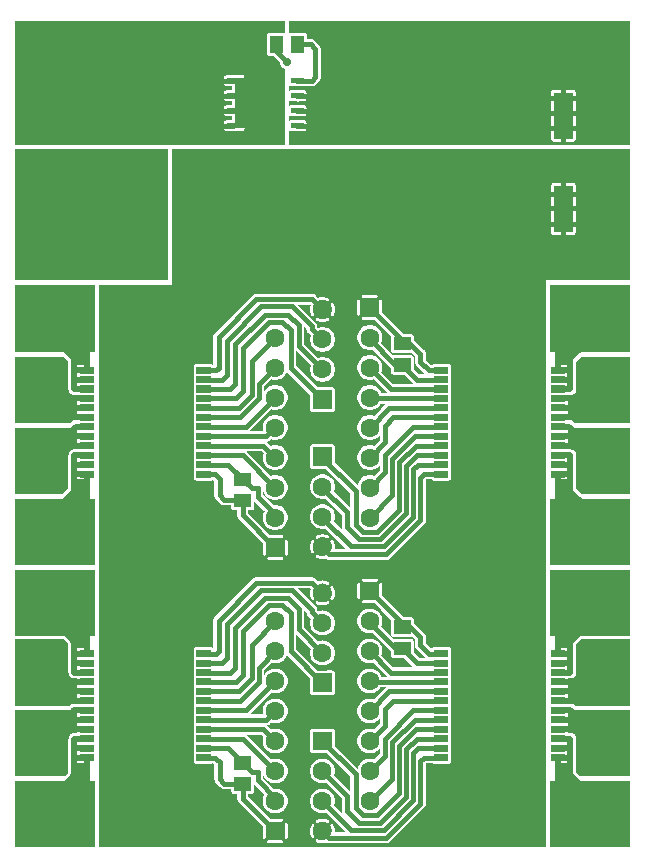
<source format=gbr>
G04 start of page 2 for group 0 idx 0 *
G04 Title: (unknown), component *
G04 Creator: pcb 1.99z *
G04 CreationDate: Mon 02 Dec 2013 22:17:54 GMT UTC *
G04 For: rbarlow *
G04 Format: Gerber/RS-274X *
G04 PCB-Dimensions (mm): 52.00 70.00 *
G04 PCB-Coordinate-Origin: lower left *
%MOMM*%
%FSLAX43Y43*%
%LNTOP*%
%ADD29C,1.550*%
%ADD28C,1.450*%
%ADD27C,1.000*%
%ADD26C,0.300*%
%ADD25C,0.700*%
%ADD24R,1.600X1.600*%
%ADD23R,5.200X5.200*%
%ADD22R,1.300X1.300*%
%ADD21R,0.600X0.600*%
%ADD20R,1.150X1.150*%
%ADD19R,1.500X1.500*%
%ADD18R,3.530X3.530*%
%ADD17R,0.450X0.450*%
%ADD16C,2.300*%
%ADD15C,1.600*%
%ADD14C,0.500*%
%ADD13C,0.635*%
%ADD12C,0.400*%
%ADD11C,0.002*%
G54D11*G36*
X19998Y70000D02*X22800D01*
Y68942D01*
X22789Y68948D01*
X22752Y68963D01*
X22714Y68973D01*
X22675Y68975D01*
X21486Y68973D01*
X21448Y68963D01*
X21411Y68948D01*
X21378Y68928D01*
X21348Y68902D01*
X21322Y68872D01*
X21302Y68839D01*
X21287Y68802D01*
X21277Y68764D01*
X21275Y68725D01*
X21277Y67236D01*
X21287Y67198D01*
X21302Y67161D01*
X21322Y67128D01*
X21348Y67098D01*
X21378Y67072D01*
X21411Y67052D01*
X21448Y67037D01*
X21486Y67027D01*
X21525Y67025D01*
X21832Y67026D01*
X22397Y66461D01*
X22402Y66405D01*
X22424Y66313D01*
X22460Y66225D01*
X22510Y66144D01*
X22572Y66072D01*
X22644Y66010D01*
X22725Y65960D01*
X22800Y65929D01*
Y59500D01*
X19998D01*
Y60621D01*
X22129Y60622D01*
X22167Y60632D01*
X22204Y60647D01*
X22237Y60667D01*
X22267Y60693D01*
X22293Y60723D01*
X22313Y60756D01*
X22328Y60793D01*
X22338Y60831D01*
X22340Y60870D01*
X22338Y65169D01*
X22328Y65207D01*
X22313Y65244D01*
X22293Y65277D01*
X22267Y65307D01*
X22237Y65333D01*
X22204Y65353D01*
X22167Y65368D01*
X22129Y65378D01*
X22090Y65380D01*
X19998Y65379D01*
Y70000D01*
G37*
G36*
X0D02*X19998D01*
Y65379D01*
X18940Y65378D01*
X18905Y65380D01*
X17866Y65378D01*
X17828Y65368D01*
X17791Y65353D01*
X17758Y65333D01*
X17728Y65307D01*
X17702Y65277D01*
X17682Y65244D01*
X17667Y65207D01*
X17657Y65169D01*
X17655Y65130D01*
X17657Y64641D01*
X17667Y64603D01*
X17682Y64566D01*
X17702Y64533D01*
X17728Y64503D01*
X17758Y64477D01*
X17791Y64457D01*
X17828Y64442D01*
X17866Y64432D01*
X17905Y64430D01*
X18310Y64431D01*
X18311Y64109D01*
X17866Y64108D01*
X17828Y64098D01*
X17791Y64083D01*
X17758Y64063D01*
X17728Y64037D01*
X17702Y64007D01*
X17682Y63974D01*
X17667Y63937D01*
X17657Y63899D01*
X17655Y63860D01*
X17657Y63371D01*
X17667Y63333D01*
X17682Y63296D01*
X17702Y63263D01*
X17728Y63233D01*
X17758Y63207D01*
X17791Y63187D01*
X17828Y63172D01*
X17866Y63162D01*
X17905Y63160D01*
X18255Y63161D01*
X18299Y63150D01*
X18311Y63149D01*
X18311Y62839D01*
X17866Y62838D01*
X17828Y62828D01*
X17791Y62813D01*
X17758Y62793D01*
X17728Y62767D01*
X17702Y62737D01*
X17682Y62704D01*
X17667Y62667D01*
X17657Y62629D01*
X17655Y62590D01*
X17657Y62101D01*
X17667Y62063D01*
X17682Y62026D01*
X17702Y61993D01*
X17728Y61963D01*
X17758Y61937D01*
X17791Y61917D01*
X17828Y61902D01*
X17866Y61892D01*
X17905Y61890D01*
X18312Y61891D01*
X18312Y61569D01*
X17866Y61568D01*
X17828Y61558D01*
X17791Y61543D01*
X17758Y61523D01*
X17728Y61497D01*
X17702Y61467D01*
X17682Y61434D01*
X17667Y61397D01*
X17657Y61359D01*
X17655Y61320D01*
X17657Y60831D01*
X17667Y60793D01*
X17682Y60756D01*
X17702Y60723D01*
X17728Y60693D01*
X17758Y60667D01*
X17791Y60647D01*
X17828Y60632D01*
X17866Y60622D01*
X17905Y60620D01*
X18536Y60621D01*
X18560Y60620D01*
X19998Y60621D01*
Y59500D01*
X0D01*
Y70000D01*
G37*
G36*
X46400D02*X52000D01*
Y59500D01*
X46400D01*
Y59751D01*
X47239Y59752D01*
X47277Y59762D01*
X47314Y59777D01*
X47347Y59797D01*
X47377Y59823D01*
X47403Y59853D01*
X47423Y59886D01*
X47438Y59923D01*
X47448Y59961D01*
X47450Y60000D01*
X47448Y63939D01*
X47438Y63977D01*
X47423Y64014D01*
X47403Y64047D01*
X47377Y64077D01*
X47347Y64103D01*
X47314Y64123D01*
X47277Y64138D01*
X47239Y64148D01*
X47200Y64150D01*
X46400Y64149D01*
Y70000D01*
G37*
G36*
X23200Y59500D02*Y60656D01*
X23216Y60647D01*
X23253Y60632D01*
X23291Y60622D01*
X23330Y60620D01*
X24449Y60622D01*
X24487Y60632D01*
X24524Y60647D01*
X24557Y60667D01*
X24587Y60693D01*
X24613Y60723D01*
X24633Y60756D01*
X24648Y60793D01*
X24658Y60831D01*
X24660Y60870D01*
X24658Y61359D01*
X24648Y61397D01*
X24633Y61434D01*
X24613Y61467D01*
X24587Y61497D01*
X24557Y61523D01*
X24524Y61543D01*
X24487Y61558D01*
X24449Y61568D01*
X24410Y61570D01*
X23291Y61568D01*
X23253Y61558D01*
X23216Y61543D01*
X23200Y61534D01*
Y61926D01*
X23216Y61917D01*
X23253Y61902D01*
X23291Y61892D01*
X23330Y61890D01*
X24449Y61892D01*
X24487Y61902D01*
X24524Y61917D01*
X24557Y61937D01*
X24587Y61963D01*
X24613Y61993D01*
X24633Y62026D01*
X24648Y62063D01*
X24658Y62101D01*
X24660Y62140D01*
X24658Y62629D01*
X24648Y62667D01*
X24633Y62704D01*
X24613Y62737D01*
X24587Y62767D01*
X24557Y62793D01*
X24524Y62813D01*
X24487Y62828D01*
X24449Y62838D01*
X24410Y62840D01*
X23291Y62838D01*
X23253Y62828D01*
X23216Y62813D01*
X23200Y62804D01*
Y63196D01*
X23216Y63187D01*
X23253Y63172D01*
X23291Y63162D01*
X23330Y63160D01*
X23789Y63161D01*
X23834Y63150D01*
X23905Y63145D01*
X23976Y63150D01*
X24023Y63161D01*
X24449Y63162D01*
X24487Y63172D01*
X24524Y63187D01*
X24557Y63207D01*
X24587Y63233D01*
X24613Y63263D01*
X24633Y63296D01*
X24648Y63333D01*
X24658Y63371D01*
X24660Y63410D01*
X24658Y63899D01*
X24648Y63937D01*
X24633Y63974D01*
X24613Y64007D01*
X24587Y64037D01*
X24557Y64063D01*
X24524Y64083D01*
X24487Y64098D01*
X24449Y64108D01*
X24410Y64110D01*
X23291Y64108D01*
X23253Y64098D01*
X23216Y64083D01*
X23200Y64074D01*
Y64466D01*
X23216Y64457D01*
X23253Y64442D01*
X23291Y64432D01*
X23330Y64430D01*
X24449Y64432D01*
X24487Y64442D01*
X24510Y64451D01*
X25087D01*
X25105Y64450D01*
X25176Y64455D01*
X25176Y64455D01*
X25246Y64472D01*
X25312Y64499D01*
X25373Y64537D01*
X25427Y64583D01*
X25439Y64597D01*
X25708Y64866D01*
X25722Y64878D01*
X25768Y64932D01*
X25806Y64993D01*
X25833Y65059D01*
X25850Y65129D01*
X25855Y65200D01*
X25854Y65218D01*
Y67582D01*
X25855Y67600D01*
X25850Y67671D01*
X25850Y67671D01*
X25833Y67741D01*
X25806Y67807D01*
X25768Y67868D01*
X25722Y67922D01*
X25708Y67934D01*
X25334Y68308D01*
X25322Y68322D01*
X25268Y68368D01*
X25207Y68406D01*
X25141Y68433D01*
X25071Y68450D01*
X25071Y68450D01*
X25000Y68455D01*
X24982Y68454D01*
X24723D01*
X24723Y68764D01*
X24713Y68802D01*
X24698Y68839D01*
X24678Y68872D01*
X24652Y68902D01*
X24622Y68928D01*
X24589Y68948D01*
X24552Y68963D01*
X24514Y68973D01*
X24475Y68975D01*
X23286Y68973D01*
X23248Y68963D01*
X23211Y68948D01*
X23200Y68942D01*
Y70000D01*
X46400D01*
Y64149D01*
X45561Y64148D01*
X45523Y64138D01*
X45486Y64123D01*
X45453Y64103D01*
X45423Y64077D01*
X45397Y64047D01*
X45377Y64014D01*
X45362Y63977D01*
X45352Y63939D01*
X45350Y63900D01*
X45352Y59961D01*
X45362Y59923D01*
X45377Y59886D01*
X45397Y59853D01*
X45423Y59823D01*
X45453Y59797D01*
X45486Y59777D01*
X45523Y59762D01*
X45561Y59752D01*
X45600Y59750D01*
X46400Y59751D01*
Y59500D01*
X23200D01*
G37*
G36*
X0Y59100D02*X12900D01*
Y48000D01*
X0D01*
Y59100D01*
G37*
G36*
Y23900D02*Y29500D01*
X6700D01*
Y23900D01*
X0D01*
G37*
G36*
X4496Y30396D02*X4000Y29900D01*
X0D01*
Y35500D01*
X5218D01*
X5219Y35261D01*
X5229Y35223D01*
X5238Y35200D01*
X5229Y35177D01*
X5219Y35139D01*
X5217Y35100D01*
X5219Y34461D01*
X5229Y34423D01*
X5238Y34400D01*
X5229Y34377D01*
X5219Y34339D01*
X5217Y34300D01*
X5219Y33704D01*
X5020D01*
X5000Y33706D01*
X4921Y33699D01*
X4844Y33681D01*
X4770Y33650D01*
X4703Y33609D01*
X4643Y33557D01*
X4591Y33497D01*
X4550Y33430D01*
X4519Y33356D01*
X4501Y33279D01*
X4501Y33279D01*
X4494Y33200D01*
X4496Y33180D01*
Y32420D01*
X4494Y32400D01*
X4496Y32380D01*
Y31620D01*
X4494Y31600D01*
X4496Y31580D01*
Y30920D01*
X4494Y30900D01*
X4496Y30880D01*
Y30396D01*
G37*
G36*
X0Y35900D02*Y41500D01*
X4100D01*
X4495Y41105D01*
X4494Y41100D01*
X4496Y41080D01*
Y40420D01*
X4494Y40400D01*
X4496Y40380D01*
Y39620D01*
X4494Y39600D01*
X4496Y39580D01*
Y38820D01*
X4494Y38800D01*
X4501Y38721D01*
X4519Y38644D01*
X4550Y38570D01*
X4591Y38503D01*
X4643Y38443D01*
X4703Y38391D01*
X4770Y38350D01*
X4844Y38319D01*
X4921Y38301D01*
X5000Y38294D01*
X5020Y38296D01*
X5217D01*
X5219Y37661D01*
X5229Y37623D01*
X5238Y37600D01*
X5229Y37577D01*
X5219Y37539D01*
X5217Y37500D01*
X5219Y36861D01*
X5229Y36823D01*
X5238Y36800D01*
X5229Y36777D01*
X5219Y36739D01*
X5217Y36700D01*
X5218Y36518D01*
X4600Y35900D01*
X0D01*
G37*
G36*
Y41900D02*Y47600D01*
X6700D01*
Y41900D01*
X5071D01*
X5000Y41906D01*
X4929Y41900D01*
X0D01*
G37*
G36*
X30932Y13546D02*X31366D01*
X31338Y13522D01*
X31326Y13508D01*
X30932Y13114D01*
Y13546D01*
G37*
G36*
Y15046D02*X31486Y14492D01*
X31498Y14478D01*
X31526Y14454D01*
X30982D01*
X30938Y14558D01*
X30932Y14569D01*
Y15046D01*
G37*
G36*
Y17426D02*X31777Y16581D01*
X31777Y16236D01*
X31787Y16198D01*
X31802Y16161D01*
X31822Y16128D01*
X31848Y16098D01*
X31878Y16072D01*
X31911Y16052D01*
X31948Y16037D01*
X31986Y16027D01*
X32025Y16025D01*
X32932Y16026D01*
X33666Y15292D01*
X33678Y15278D01*
X33706Y15254D01*
X32008D01*
X30992Y16270D01*
X31002Y16295D01*
X31040Y16455D01*
X31050Y16620D01*
X31040Y16785D01*
X31002Y16945D01*
X30938Y17098D01*
X30932Y17109D01*
Y17426D01*
G37*
G36*
Y20126D02*X31780Y19277D01*
X31777Y19264D01*
X31775Y19225D01*
X31777Y18036D01*
X31787Y17998D01*
X31802Y17961D01*
X31822Y17928D01*
X31848Y17898D01*
X31878Y17872D01*
X31911Y17852D01*
X31948Y17837D01*
X31986Y17827D01*
X32025Y17825D01*
X33514Y17827D01*
X33552Y17837D01*
X33589Y17852D01*
X33600Y17858D01*
X33846Y17612D01*
Y17118D01*
X33845Y17100D01*
X33850Y17029D01*
X33867Y16959D01*
X33894Y16893D01*
X33932Y16832D01*
X33978Y16778D01*
X33992Y16766D01*
X34666Y16092D01*
X34678Y16078D01*
X34706Y16054D01*
X34188D01*
X33725Y16518D01*
X33723Y17464D01*
X33713Y17502D01*
X33698Y17539D01*
X33678Y17572D01*
X33652Y17602D01*
X33622Y17628D01*
X33589Y17648D01*
X33552Y17663D01*
X33514Y17673D01*
X33475Y17675D01*
X31986Y17673D01*
X31973Y17670D01*
X30945Y18697D01*
X31002Y18835D01*
X31040Y18995D01*
X31050Y19160D01*
X31040Y19325D01*
X31002Y19485D01*
X30938Y19638D01*
X30932Y19649D01*
Y20126D01*
G37*
G36*
Y44126D02*X31780Y43277D01*
X31777Y43264D01*
X31775Y43225D01*
X31777Y42036D01*
X31787Y41998D01*
X31802Y41961D01*
X31822Y41928D01*
X31848Y41898D01*
X31878Y41872D01*
X31911Y41852D01*
X31948Y41837D01*
X31986Y41827D01*
X32025Y41825D01*
X33514Y41827D01*
X33552Y41837D01*
X33589Y41852D01*
X33600Y41858D01*
X33846Y41612D01*
Y41118D01*
X33845Y41100D01*
X33850Y41029D01*
X33867Y40959D01*
X33894Y40893D01*
X33932Y40832D01*
X33978Y40778D01*
X33992Y40766D01*
X34666Y40092D01*
X34678Y40078D01*
X34706Y40054D01*
X34188D01*
X33725Y40518D01*
X33723Y41464D01*
X33713Y41502D01*
X33698Y41539D01*
X33678Y41572D01*
X33652Y41602D01*
X33622Y41628D01*
X33589Y41648D01*
X33552Y41663D01*
X33514Y41673D01*
X33475Y41675D01*
X31986Y41673D01*
X31973Y41670D01*
X30945Y42697D01*
X31002Y42835D01*
X31040Y42995D01*
X31050Y43160D01*
X31040Y43325D01*
X31002Y43485D01*
X30938Y43638D01*
X30932Y43649D01*
Y44126D01*
G37*
G36*
Y37546D02*X31366D01*
X31338Y37522D01*
X31326Y37508D01*
X30932Y37114D01*
Y37546D01*
G37*
G36*
Y39046D02*X31486Y38492D01*
X31498Y38478D01*
X31526Y38454D01*
X30982D01*
X30938Y38558D01*
X30932Y38569D01*
Y39046D01*
G37*
G36*
X31777Y40581D02*X31777Y40236D01*
X31787Y40198D01*
X31802Y40161D01*
X31822Y40128D01*
X31848Y40098D01*
X31878Y40072D01*
X31911Y40052D01*
X31948Y40037D01*
X31986Y40027D01*
X32025Y40025D01*
X32932Y40026D01*
X33666Y39292D01*
X33678Y39278D01*
X33706Y39254D01*
X32008D01*
X30992Y40270D01*
X31002Y40295D01*
X31040Y40455D01*
X31050Y40620D01*
X31040Y40785D01*
X31002Y40945D01*
X30938Y41098D01*
X30932Y41109D01*
Y41426D01*
X31777Y40581D01*
G37*
G36*
X46400Y59100D02*X52000D01*
Y48000D01*
X46400D01*
Y51851D01*
X47239Y51852D01*
X47277Y51862D01*
X47314Y51877D01*
X47347Y51897D01*
X47377Y51923D01*
X47403Y51953D01*
X47423Y51986D01*
X47438Y52023D01*
X47448Y52061D01*
X47450Y52100D01*
X47448Y56039D01*
X47438Y56077D01*
X47423Y56114D01*
X47403Y56147D01*
X47377Y56177D01*
X47347Y56203D01*
X47314Y56223D01*
X47277Y56238D01*
X47239Y56248D01*
X47200Y56250D01*
X46400Y56249D01*
Y59100D01*
G37*
G36*
X41000D02*X46400D01*
Y56249D01*
X45561Y56248D01*
X45523Y56238D01*
X45486Y56223D01*
X45453Y56203D01*
X45423Y56177D01*
X45397Y56147D01*
X45377Y56114D01*
X45362Y56077D01*
X45352Y56039D01*
X45350Y56000D01*
X45352Y52061D01*
X45362Y52023D01*
X45377Y51986D01*
X45397Y51953D01*
X45423Y51923D01*
X45453Y51897D01*
X45486Y51877D01*
X45523Y51862D01*
X45561Y51852D01*
X45600Y51850D01*
X46400Y51851D01*
Y48000D01*
X44900D01*
Y0D01*
X41000D01*
Y8001D01*
X41020Y8001D01*
X42271Y8002D01*
X42300Y8000D01*
X43639Y8002D01*
X43677Y8012D01*
X43714Y8027D01*
X43747Y8047D01*
X43777Y8073D01*
X43803Y8103D01*
X43823Y8136D01*
X43838Y8173D01*
X43848Y8211D01*
X43850Y8250D01*
X43849Y10986D01*
X43850Y11000D01*
X43849Y12020D01*
X43848Y13722D01*
X43850Y13750D01*
X43848Y15789D01*
X43838Y15827D01*
X43823Y15864D01*
X43803Y15897D01*
X43777Y15927D01*
X43747Y15953D01*
X43714Y15973D01*
X43677Y15988D01*
X43639Y15998D01*
X43600Y16000D01*
X41664Y15999D01*
X41650Y16000D01*
X41000Y15999D01*
Y32001D01*
X41020Y32001D01*
X42271Y32002D01*
X42300Y32000D01*
X43639Y32002D01*
X43677Y32012D01*
X43714Y32027D01*
X43747Y32047D01*
X43777Y32073D01*
X43803Y32103D01*
X43823Y32136D01*
X43838Y32173D01*
X43848Y32211D01*
X43850Y32250D01*
X43849Y34986D01*
X43850Y35000D01*
X43849Y36020D01*
X43848Y37722D01*
X43850Y37750D01*
X43848Y39789D01*
X43838Y39827D01*
X43823Y39864D01*
X43803Y39897D01*
X43777Y39927D01*
X43747Y39953D01*
X43714Y39973D01*
X43677Y39988D01*
X43639Y39998D01*
X43600Y40000D01*
X41664Y39999D01*
X41650Y40000D01*
X41000Y39999D01*
Y59100D01*
G37*
G36*
X30932D02*X41000D01*
Y39999D01*
X40980Y39999D01*
X39729Y39998D01*
X39700Y40000D01*
X38361Y39998D01*
X38323Y39988D01*
X38286Y39973D01*
X38253Y39953D01*
X38223Y39927D01*
X38197Y39897D01*
X38177Y39864D01*
X38162Y39827D01*
X38152Y39789D01*
X38150Y39750D01*
X38151Y37014D01*
X38150Y37000D01*
X38151Y35980D01*
X38152Y34278D01*
X38150Y34250D01*
X38152Y32211D01*
X38162Y32173D01*
X38177Y32136D01*
X38197Y32103D01*
X38223Y32073D01*
X38253Y32047D01*
X38286Y32027D01*
X38323Y32012D01*
X38361Y32002D01*
X38400Y32000D01*
X40336Y32001D01*
X40350Y32000D01*
X41000Y32001D01*
Y15999D01*
X40980Y15999D01*
X39729Y15998D01*
X39700Y16000D01*
X38361Y15998D01*
X38323Y15988D01*
X38286Y15973D01*
X38253Y15953D01*
X38223Y15927D01*
X38197Y15897D01*
X38177Y15864D01*
X38162Y15827D01*
X38152Y15789D01*
X38150Y15750D01*
X38151Y13014D01*
X38150Y13000D01*
X38151Y11980D01*
X38152Y10278D01*
X38150Y10250D01*
X38152Y8211D01*
X38162Y8173D01*
X38177Y8136D01*
X38197Y8103D01*
X38223Y8073D01*
X38253Y8047D01*
X38286Y8027D01*
X38323Y8012D01*
X38361Y8002D01*
X38400Y8000D01*
X40336Y8001D01*
X40350Y8000D01*
X41000Y8001D01*
Y0D01*
X30932D01*
Y346D01*
X31382D01*
X31400Y345D01*
X31471Y350D01*
X31471Y350D01*
X31541Y367D01*
X31607Y394D01*
X31668Y432D01*
X31722Y478D01*
X31734Y492D01*
X34608Y3366D01*
X34622Y3378D01*
X34668Y3432D01*
X34706Y3493D01*
X34733Y3559D01*
X34750Y3629D01*
X34755Y3700D01*
X34754Y3718D01*
Y7112D01*
X34788Y7146D01*
X35270D01*
X35290Y7123D01*
X35320Y7097D01*
X35353Y7077D01*
X35390Y7062D01*
X35428Y7052D01*
X35467Y7050D01*
X36706Y7052D01*
X36744Y7062D01*
X36781Y7077D01*
X36814Y7097D01*
X36844Y7123D01*
X36870Y7153D01*
X36890Y7186D01*
X36905Y7223D01*
X36915Y7261D01*
X36917Y7300D01*
X36915Y7939D01*
X36905Y7977D01*
X36896Y8000D01*
X36905Y8023D01*
X36915Y8061D01*
X36917Y8100D01*
X36915Y8739D01*
X36905Y8777D01*
X36896Y8800D01*
X36905Y8823D01*
X36915Y8861D01*
X36917Y8900D01*
X36915Y9539D01*
X36905Y9577D01*
X36896Y9600D01*
X36905Y9623D01*
X36915Y9661D01*
X36917Y9700D01*
X36915Y10339D01*
X36905Y10377D01*
X36896Y10400D01*
X36905Y10423D01*
X36915Y10461D01*
X36917Y10500D01*
X36915Y11139D01*
X36905Y11177D01*
X36896Y11200D01*
X36905Y11223D01*
X36915Y11261D01*
X36917Y11300D01*
X36915Y11939D01*
X36905Y11977D01*
X36896Y12000D01*
X36905Y12023D01*
X36915Y12061D01*
X36917Y12100D01*
X36915Y12739D01*
X36905Y12777D01*
X36896Y12800D01*
X36905Y12823D01*
X36915Y12861D01*
X36917Y12900D01*
X36915Y13539D01*
X36905Y13577D01*
X36896Y13600D01*
X36905Y13623D01*
X36915Y13661D01*
X36917Y13700D01*
X36915Y14339D01*
X36905Y14377D01*
X36896Y14400D01*
X36905Y14423D01*
X36915Y14461D01*
X36917Y14500D01*
X36915Y15139D01*
X36905Y15177D01*
X36896Y15200D01*
X36905Y15223D01*
X36915Y15261D01*
X36917Y15300D01*
X36915Y15939D01*
X36905Y15977D01*
X36896Y16000D01*
X36905Y16023D01*
X36915Y16061D01*
X36917Y16100D01*
X36915Y16739D01*
X36905Y16777D01*
X36890Y16814D01*
X36870Y16847D01*
X36844Y16877D01*
X36814Y16903D01*
X36781Y16923D01*
X36744Y16938D01*
X36706Y16948D01*
X36667Y16950D01*
X35428Y16948D01*
X35390Y16938D01*
X35353Y16923D01*
X35320Y16903D01*
X35290Y16877D01*
X35270Y16854D01*
X35188D01*
X34754Y17288D01*
Y17782D01*
X34755Y17800D01*
X34750Y17871D01*
X34750Y17871D01*
X34733Y17941D01*
X34706Y18007D01*
X34668Y18068D01*
X34622Y18122D01*
X34608Y18134D01*
X33784Y18958D01*
X33772Y18972D01*
X33723Y19014D01*
X33723Y19264D01*
X33713Y19302D01*
X33698Y19339D01*
X33678Y19372D01*
X33652Y19402D01*
X33622Y19428D01*
X33589Y19448D01*
X33552Y19463D01*
X33514Y19473D01*
X33475Y19475D01*
X32868Y19474D01*
X31050Y21292D01*
Y22250D01*
X31049Y22270D01*
X31044Y22289D01*
X31037Y22307D01*
X31026Y22324D01*
X31014Y22339D01*
X30999Y22351D01*
X30982Y22362D01*
X30964Y22369D01*
X30945Y22374D01*
X30932Y22375D01*
Y24346D01*
X31382D01*
X31400Y24345D01*
X31471Y24350D01*
X31471Y24350D01*
X31541Y24367D01*
X31607Y24394D01*
X31668Y24432D01*
X31722Y24478D01*
X31734Y24492D01*
X34608Y27366D01*
X34622Y27378D01*
X34668Y27432D01*
X34706Y27493D01*
X34733Y27559D01*
X34750Y27629D01*
X34755Y27700D01*
X34754Y27718D01*
Y31112D01*
X34788Y31146D01*
X35270D01*
X35290Y31123D01*
X35320Y31097D01*
X35353Y31077D01*
X35390Y31062D01*
X35428Y31052D01*
X35467Y31050D01*
X36706Y31052D01*
X36744Y31062D01*
X36781Y31077D01*
X36814Y31097D01*
X36844Y31123D01*
X36870Y31153D01*
X36890Y31186D01*
X36905Y31223D01*
X36915Y31261D01*
X36917Y31300D01*
X36915Y31939D01*
X36905Y31977D01*
X36896Y32000D01*
X36905Y32023D01*
X36915Y32061D01*
X36917Y32100D01*
X36915Y32739D01*
X36905Y32777D01*
X36896Y32800D01*
X36905Y32823D01*
X36915Y32861D01*
X36917Y32900D01*
X36915Y33539D01*
X36905Y33577D01*
X36896Y33600D01*
X36905Y33623D01*
X36915Y33661D01*
X36917Y33700D01*
X36915Y34339D01*
X36905Y34377D01*
X36896Y34400D01*
X36905Y34423D01*
X36915Y34461D01*
X36917Y34500D01*
X36915Y35139D01*
X36905Y35177D01*
X36896Y35200D01*
X36905Y35223D01*
X36915Y35261D01*
X36917Y35300D01*
X36915Y35939D01*
X36905Y35977D01*
X36896Y36000D01*
X36905Y36023D01*
X36915Y36061D01*
X36917Y36100D01*
X36915Y36739D01*
X36905Y36777D01*
X36896Y36800D01*
X36905Y36823D01*
X36915Y36861D01*
X36917Y36900D01*
X36915Y37539D01*
X36905Y37577D01*
X36896Y37600D01*
X36905Y37623D01*
X36915Y37661D01*
X36917Y37700D01*
X36915Y38339D01*
X36905Y38377D01*
X36896Y38400D01*
X36905Y38423D01*
X36915Y38461D01*
X36917Y38500D01*
X36915Y39139D01*
X36905Y39177D01*
X36896Y39200D01*
X36905Y39223D01*
X36915Y39261D01*
X36917Y39300D01*
X36915Y39939D01*
X36905Y39977D01*
X36896Y40000D01*
X36905Y40023D01*
X36915Y40061D01*
X36917Y40100D01*
X36915Y40739D01*
X36905Y40777D01*
X36890Y40814D01*
X36870Y40847D01*
X36844Y40877D01*
X36814Y40903D01*
X36781Y40923D01*
X36744Y40938D01*
X36706Y40948D01*
X36667Y40950D01*
X35428Y40948D01*
X35390Y40938D01*
X35353Y40923D01*
X35320Y40903D01*
X35290Y40877D01*
X35270Y40854D01*
X35188D01*
X34754Y41288D01*
Y41782D01*
X34755Y41800D01*
X34750Y41871D01*
X34750Y41871D01*
X34733Y41941D01*
X34706Y42007D01*
X34668Y42068D01*
X34622Y42122D01*
X34608Y42134D01*
X33784Y42958D01*
X33772Y42972D01*
X33723Y43014D01*
X33723Y43264D01*
X33713Y43302D01*
X33698Y43339D01*
X33678Y43372D01*
X33652Y43402D01*
X33622Y43428D01*
X33589Y43448D01*
X33552Y43463D01*
X33514Y43473D01*
X33475Y43475D01*
X32868Y43474D01*
X31050Y45292D01*
Y46250D01*
X31049Y46270D01*
X31044Y46289D01*
X31037Y46307D01*
X31026Y46324D01*
X31014Y46339D01*
X30999Y46351D01*
X30982Y46362D01*
X30964Y46369D01*
X30945Y46374D01*
X30932Y46375D01*
Y59100D01*
G37*
G36*
X21066Y4491D02*X21099Y4459D01*
X21066Y4406D01*
Y4491D01*
G37*
G36*
Y28491D02*X21099Y28459D01*
X21066Y28406D01*
Y28491D01*
G37*
G36*
X26000Y330D02*X26049D01*
X26147Y339D01*
X26244Y358D01*
X26338Y385D01*
X26369Y397D01*
X26373Y394D01*
X26439Y367D01*
X26509Y350D01*
X26580Y345D01*
X26598Y346D01*
X30932D01*
Y0D01*
X26000D01*
Y330D01*
G37*
G36*
Y738D02*X26144Y594D01*
X26112Y588D01*
X26037Y581D01*
X26000D01*
Y738D01*
G37*
G36*
Y2867D02*X26000Y2867D01*
X26165Y2880D01*
X26325Y2918D01*
X26350Y2928D01*
X28024Y1254D01*
X27043D01*
X27050Y1331D01*
Y1429D01*
X27041Y1527D01*
X27022Y1624D01*
X26995Y1718D01*
X26959Y1810D01*
X26915Y1898D01*
X26904Y1914D01*
X26890Y1929D01*
X26875Y1941D01*
X26857Y1951D01*
X26839Y1957D01*
X26819Y1961D01*
X26799Y1962D01*
X26780Y1959D01*
X26761Y1954D01*
X26743Y1946D01*
X26726Y1934D01*
X26712Y1921D01*
X26700Y1905D01*
X26690Y1888D01*
X26683Y1869D01*
X26680Y1850D01*
X26679Y1830D01*
X26681Y1810D01*
X26687Y1791D01*
X26695Y1774D01*
X26730Y1707D01*
X26757Y1638D01*
X26778Y1566D01*
X26792Y1492D01*
X26799Y1417D01*
Y1343D01*
X26792Y1268D01*
X26789Y1254D01*
X26768D01*
X26321Y1701D01*
X26268Y1748D01*
X26207Y1786D01*
X26141Y1813D01*
X26071Y1830D01*
X26000Y1835D01*
X26000Y1835D01*
Y2179D01*
X26037D01*
X26112Y2172D01*
X26186Y2158D01*
X26258Y2137D01*
X26327Y2110D01*
X26394Y2076D01*
X26412Y2068D01*
X26431Y2062D01*
X26450Y2060D01*
X26470Y2060D01*
X26489Y2064D01*
X26508Y2071D01*
X26525Y2080D01*
X26540Y2092D01*
X26554Y2107D01*
X26565Y2123D01*
X26573Y2141D01*
X26579Y2160D01*
X26581Y2179D01*
X26580Y2199D01*
X26577Y2218D01*
X26570Y2237D01*
X26560Y2254D01*
X26548Y2270D01*
X26534Y2283D01*
X26517Y2294D01*
X26430Y2339D01*
X26338Y2375D01*
X26244Y2402D01*
X26147Y2421D01*
X26049Y2430D01*
X26000D01*
Y2867D01*
G37*
G36*
Y5407D02*X26000Y5407D01*
X26165Y5420D01*
X26325Y5458D01*
X26350Y5468D01*
X27646Y4172D01*
Y3118D01*
X27645Y3100D01*
X27650Y3029D01*
X27667Y2959D01*
X27694Y2893D01*
X27732Y2832D01*
X27732Y2832D01*
X27742Y2820D01*
X26992Y3570D01*
X27002Y3595D01*
X27040Y3755D01*
X27050Y3920D01*
X27040Y4085D01*
X27002Y4245D01*
X26938Y4398D01*
X26852Y4539D01*
X26745Y4665D01*
X26619Y4772D01*
X26478Y4858D01*
X26325Y4922D01*
X26165Y4960D01*
X26000Y4973D01*
X26000Y4973D01*
Y5407D01*
G37*
G36*
Y7951D02*X26406Y7952D01*
X28346Y6012D01*
Y4756D01*
X26992Y6110D01*
X27002Y6135D01*
X27040Y6295D01*
X27050Y6460D01*
X27040Y6625D01*
X27002Y6785D01*
X26938Y6938D01*
X26852Y7079D01*
X26745Y7205D01*
X26619Y7312D01*
X26478Y7398D01*
X26325Y7462D01*
X26165Y7500D01*
X26000Y7513D01*
X26000Y7513D01*
Y7951D01*
G37*
G36*
X30000Y7947D02*X30165Y7960D01*
X30325Y7998D01*
X30478Y8062D01*
X30619Y8148D01*
X30745Y8255D01*
X30846Y8374D01*
Y7948D01*
X30350Y7452D01*
X30325Y7462D01*
X30165Y7500D01*
X30000Y7513D01*
Y7947D01*
G37*
G36*
Y10487D02*X30165Y10500D01*
X30325Y10538D01*
X30478Y10602D01*
X30619Y10688D01*
X30745Y10795D01*
X30846Y10914D01*
Y10488D01*
X30350Y9992D01*
X30325Y10002D01*
X30165Y10040D01*
X30000Y10053D01*
Y10487D01*
G37*
G36*
Y13027D02*X30165Y13040D01*
X30325Y13078D01*
X30478Y13142D01*
X30619Y13228D01*
X30745Y13335D01*
X30852Y13461D01*
X30904Y13546D01*
X30932D01*
Y13114D01*
X30350Y12532D01*
X30325Y12542D01*
X30165Y12580D01*
X30000Y12593D01*
Y13027D01*
G37*
G36*
Y15567D02*X30165Y15580D01*
X30325Y15618D01*
X30350Y15628D01*
X30932Y15046D01*
Y14569D01*
X30852Y14699D01*
X30745Y14825D01*
X30619Y14932D01*
X30478Y15018D01*
X30325Y15082D01*
X30165Y15120D01*
X30000Y15133D01*
Y15567D01*
G37*
G36*
Y18107D02*X30165Y18120D01*
X30224Y18134D01*
X30932Y17426D01*
Y17109D01*
X30852Y17239D01*
X30745Y17365D01*
X30619Y17472D01*
X30478Y17558D01*
X30325Y17622D01*
X30165Y17660D01*
X30000Y17673D01*
Y18107D01*
G37*
G36*
Y20650D02*X30408D01*
X30932Y20126D01*
Y19649D01*
X30852Y19779D01*
X30745Y19905D01*
X30619Y20012D01*
X30478Y20098D01*
X30325Y20162D01*
X30165Y20200D01*
X30000Y20213D01*
Y20650D01*
G37*
G36*
Y21058D02*X30158Y20900D01*
X30000D01*
Y21058D01*
G37*
G36*
Y24346D02*X30932D01*
Y22375D01*
X30925Y22375D01*
X30905Y22374D01*
X30886Y22369D01*
X30868Y22362D01*
X30851Y22351D01*
X30836Y22339D01*
X30824Y22324D01*
X30813Y22307D01*
X30806Y22289D01*
X30801Y22270D01*
X30800Y22250D01*
Y21542D01*
X30321Y22021D01*
X30268Y22068D01*
X30207Y22106D01*
X30141Y22133D01*
X30071Y22150D01*
X30000Y22155D01*
Y22500D01*
X30550D01*
X30570Y22501D01*
X30589Y22506D01*
X30607Y22513D01*
X30624Y22524D01*
X30639Y22536D01*
X30651Y22551D01*
X30662Y22568D01*
X30669Y22586D01*
X30674Y22605D01*
X30675Y22625D01*
X30674Y22645D01*
X30669Y22664D01*
X30662Y22682D01*
X30651Y22699D01*
X30639Y22714D01*
X30624Y22726D01*
X30607Y22737D01*
X30589Y22744D01*
X30570Y22749D01*
X30550Y22750D01*
X30000D01*
Y24346D01*
G37*
G36*
X29075Y8500D02*X29148Y8381D01*
X29255Y8255D01*
X29381Y8148D01*
X29522Y8062D01*
X29675Y7998D01*
X29835Y7960D01*
X30000Y7947D01*
X30000D01*
Y7513D01*
X30000D01*
X29835Y7500D01*
X29675Y7462D01*
X29522Y7398D01*
X29381Y7312D01*
X29255Y7205D01*
X29148Y7079D01*
X29075Y6960D01*
Y8500D01*
G37*
G36*
Y11040D02*X29148Y10921D01*
X29255Y10795D01*
X29381Y10688D01*
X29522Y10602D01*
X29675Y10538D01*
X29835Y10500D01*
X30000Y10487D01*
X30000D01*
Y10053D01*
X30000D01*
X29835Y10040D01*
X29675Y10002D01*
X29522Y9938D01*
X29381Y9852D01*
X29255Y9745D01*
X29148Y9619D01*
X29075Y9500D01*
Y11040D01*
G37*
G36*
Y13580D02*X29148Y13461D01*
X29255Y13335D01*
X29381Y13228D01*
X29522Y13142D01*
X29675Y13078D01*
X29835Y13040D01*
X30000Y13027D01*
X30000D01*
Y12593D01*
X30000D01*
X29835Y12580D01*
X29675Y12542D01*
X29522Y12478D01*
X29381Y12392D01*
X29255Y12285D01*
X29148Y12159D01*
X29075Y12040D01*
Y13580D01*
G37*
G36*
Y16120D02*X29148Y16001D01*
X29255Y15875D01*
X29381Y15768D01*
X29522Y15682D01*
X29675Y15618D01*
X29835Y15580D01*
X30000Y15567D01*
X30000D01*
Y15133D01*
X30000D01*
X29835Y15120D01*
X29675Y15082D01*
X29522Y15018D01*
X29381Y14932D01*
X29255Y14825D01*
X29148Y14699D01*
X29075Y14580D01*
Y16120D01*
G37*
G36*
Y18660D02*X29148Y18541D01*
X29255Y18415D01*
X29381Y18308D01*
X29522Y18222D01*
X29675Y18158D01*
X29835Y18120D01*
X30000Y18107D01*
X30000D01*
Y17673D01*
X30000D01*
X29835Y17660D01*
X29675Y17622D01*
X29522Y17558D01*
X29381Y17472D01*
X29255Y17365D01*
X29148Y17239D01*
X29075Y17120D01*
Y18660D01*
G37*
G36*
Y24346D02*X30000D01*
Y22750D01*
X29450D01*
X29430Y22749D01*
X29411Y22744D01*
X29393Y22737D01*
X29376Y22726D01*
X29361Y22714D01*
X29349Y22699D01*
X29338Y22682D01*
X29331Y22664D01*
X29326Y22645D01*
X29325Y22625D01*
X29326Y22605D01*
X29331Y22586D01*
X29338Y22568D01*
X29349Y22551D01*
X29361Y22536D01*
X29376Y22524D01*
X29393Y22513D01*
X29411Y22506D01*
X29430Y22501D01*
X29450Y22500D01*
X30000D01*
Y22155D01*
X29929Y22150D01*
X29859Y22133D01*
X29793Y22106D01*
X29732Y22068D01*
X29678Y22022D01*
X29632Y21968D01*
X29594Y21907D01*
X29567Y21841D01*
X29550Y21771D01*
X29545Y21700D01*
X29550Y21629D01*
X29567Y21559D01*
X29594Y21493D01*
X29632Y21432D01*
X29679Y21379D01*
X30000Y21058D01*
Y20900D01*
X29450D01*
X29430Y20899D01*
X29411Y20894D01*
X29393Y20887D01*
X29376Y20876D01*
X29361Y20864D01*
X29349Y20849D01*
X29338Y20832D01*
X29331Y20814D01*
X29326Y20795D01*
X29325Y20775D01*
X29326Y20755D01*
X29331Y20736D01*
X29338Y20718D01*
X29349Y20701D01*
X29361Y20686D01*
X29376Y20674D01*
X29393Y20663D01*
X29411Y20656D01*
X29430Y20651D01*
X29450Y20650D01*
X30000D01*
Y20213D01*
X30000D01*
X29835Y20200D01*
X29675Y20162D01*
X29522Y20098D01*
X29381Y20012D01*
X29255Y19905D01*
X29148Y19779D01*
X29075Y19660D01*
Y21025D01*
X29095Y21026D01*
X29114Y21031D01*
X29132Y21038D01*
X29149Y21049D01*
X29164Y21061D01*
X29176Y21076D01*
X29187Y21093D01*
X29194Y21111D01*
X29199Y21130D01*
X29200Y21150D01*
Y22250D01*
X29199Y22270D01*
X29194Y22289D01*
X29187Y22307D01*
X29176Y22324D01*
X29164Y22339D01*
X29149Y22351D01*
X29132Y22362D01*
X29114Y22369D01*
X29095Y22374D01*
X29075Y22375D01*
Y24346D01*
G37*
G36*
X26864D02*X29075D01*
Y22375D01*
X29055Y22374D01*
X29036Y22369D01*
X29018Y22362D01*
X29001Y22351D01*
X28986Y22339D01*
X28974Y22324D01*
X28963Y22307D01*
X28956Y22289D01*
X28951Y22270D01*
X28950Y22250D01*
Y21150D01*
X28951Y21130D01*
X28956Y21111D01*
X28963Y21093D01*
X28974Y21076D01*
X28986Y21061D01*
X29001Y21049D01*
X29018Y21038D01*
X29036Y21031D01*
X29055Y21026D01*
X29075Y21025D01*
Y19660D01*
X29062Y19638D01*
X28998Y19485D01*
X28960Y19325D01*
X28947Y19160D01*
X28960Y18995D01*
X28998Y18835D01*
X29062Y18682D01*
X29075Y18660D01*
Y17120D01*
X29062Y17098D01*
X28998Y16945D01*
X28960Y16785D01*
X28947Y16620D01*
X28960Y16455D01*
X28998Y16295D01*
X29062Y16142D01*
X29075Y16120D01*
Y14580D01*
X29062Y14558D01*
X28998Y14405D01*
X28960Y14245D01*
X28947Y14080D01*
X28960Y13915D01*
X28998Y13755D01*
X29062Y13602D01*
X29075Y13580D01*
Y12040D01*
X29062Y12018D01*
X28998Y11865D01*
X28960Y11705D01*
X28947Y11540D01*
X28960Y11375D01*
X28998Y11215D01*
X29062Y11062D01*
X29075Y11040D01*
Y9500D01*
X29062Y9478D01*
X28998Y9325D01*
X28960Y9165D01*
X28947Y9000D01*
X28960Y8835D01*
X28998Y8675D01*
X29062Y8522D01*
X29075Y8500D01*
Y6960D01*
X29062Y6938D01*
X28998Y6785D01*
X28971Y6671D01*
X27049Y8593D01*
X27048Y9839D01*
X27038Y9877D01*
X27023Y9914D01*
X27003Y9947D01*
X26977Y9977D01*
X26947Y10003D01*
X26914Y10023D01*
X26877Y10038D01*
X26864Y10042D01*
Y12878D01*
X26877Y12882D01*
X26914Y12897D01*
X26947Y12917D01*
X26977Y12943D01*
X27003Y12973D01*
X27023Y13006D01*
X27038Y13043D01*
X27048Y13081D01*
X27050Y13120D01*
X27048Y14759D01*
X27038Y14797D01*
X27023Y14834D01*
X27003Y14867D01*
X26977Y14897D01*
X26947Y14923D01*
X26914Y14943D01*
X26877Y14958D01*
X26864Y14962D01*
Y15861D01*
X26938Y15982D01*
X27002Y16135D01*
X27040Y16295D01*
X27050Y16460D01*
X27040Y16625D01*
X27002Y16785D01*
X26938Y16938D01*
X26864Y17059D01*
Y18401D01*
X26938Y18522D01*
X27002Y18675D01*
X27040Y18835D01*
X27050Y19000D01*
X27040Y19165D01*
X27002Y19325D01*
X26938Y19478D01*
X26864Y19599D01*
Y20974D01*
X26874Y20980D01*
X26890Y20992D01*
X26903Y21006D01*
X26914Y21023D01*
X26959Y21110D01*
X26995Y21202D01*
X27022Y21296D01*
X27041Y21393D01*
X27050Y21491D01*
Y21589D01*
X27041Y21687D01*
X27022Y21784D01*
X26995Y21878D01*
X26959Y21970D01*
X26915Y22058D01*
X26904Y22074D01*
X26890Y22089D01*
X26875Y22101D01*
X26864Y22107D01*
Y24346D01*
G37*
G36*
Y17059D02*X26852Y17079D01*
X26745Y17205D01*
X26619Y17312D01*
X26478Y17398D01*
X26325Y17462D01*
X26165Y17500D01*
X26000Y17513D01*
X26000Y17513D01*
Y17947D01*
X26000Y17947D01*
X26165Y17960D01*
X26325Y17998D01*
X26478Y18062D01*
X26619Y18148D01*
X26745Y18255D01*
X26852Y18381D01*
X26864Y18401D01*
Y17059D01*
G37*
G36*
Y14962D02*X26839Y14968D01*
X26800Y14970D01*
X26000Y14969D01*
Y15407D01*
X26000Y15407D01*
X26165Y15420D01*
X26325Y15458D01*
X26478Y15522D01*
X26619Y15608D01*
X26745Y15715D01*
X26852Y15841D01*
X26864Y15861D01*
Y14962D01*
G37*
G36*
Y10042D02*X26839Y10048D01*
X26800Y10050D01*
X26000Y10049D01*
Y12871D01*
X26839Y12872D01*
X26864Y12878D01*
Y10042D01*
G37*
G36*
X26000Y24410D02*X26049D01*
X26147Y24419D01*
X26244Y24438D01*
X26290Y24451D01*
X26312Y24432D01*
X26312Y24432D01*
X26373Y24394D01*
X26439Y24367D01*
X26509Y24350D01*
X26580Y24345D01*
X26598Y24346D01*
X26864D01*
Y22107D01*
X26857Y22111D01*
X26839Y22117D01*
X26819Y22121D01*
X26799Y22122D01*
X26780Y22119D01*
X26761Y22114D01*
X26743Y22106D01*
X26726Y22094D01*
X26712Y22081D01*
X26700Y22065D01*
X26690Y22048D01*
X26683Y22029D01*
X26680Y22010D01*
X26679Y21990D01*
X26681Y21970D01*
X26687Y21951D01*
X26695Y21934D01*
X26730Y21867D01*
X26757Y21798D01*
X26778Y21726D01*
X26792Y21652D01*
X26799Y21577D01*
Y21503D01*
X26792Y21428D01*
X26778Y21354D01*
X26757Y21282D01*
X26730Y21213D01*
X26696Y21146D01*
X26688Y21128D01*
X26682Y21109D01*
X26680Y21090D01*
X26680Y21070D01*
X26684Y21051D01*
X26691Y21032D01*
X26700Y21015D01*
X26712Y21000D01*
X26727Y20986D01*
X26743Y20975D01*
X26761Y20967D01*
X26780Y20961D01*
X26799Y20959D01*
X26819Y20960D01*
X26838Y20963D01*
X26857Y20970D01*
X26864Y20974D01*
Y19599D01*
X26852Y19619D01*
X26745Y19745D01*
X26619Y19852D01*
X26478Y19938D01*
X26325Y20002D01*
X26165Y20040D01*
X26000Y20053D01*
X26000Y20053D01*
Y20490D01*
X26049D01*
X26147Y20499D01*
X26244Y20518D01*
X26338Y20545D01*
X26430Y20581D01*
X26518Y20625D01*
X26534Y20636D01*
X26549Y20650D01*
X26561Y20665D01*
X26571Y20683D01*
X26577Y20701D01*
X26581Y20721D01*
X26582Y20741D01*
X26579Y20760D01*
X26574Y20779D01*
X26566Y20797D01*
X26554Y20814D01*
X26541Y20828D01*
X26525Y20840D01*
X26508Y20850D01*
X26489Y20857D01*
X26470Y20860D01*
X26450Y20861D01*
X26430Y20859D01*
X26411Y20853D01*
X26394Y20845D01*
X26327Y20810D01*
X26258Y20783D01*
X26186Y20762D01*
X26112Y20748D01*
X26037Y20741D01*
X26000D01*
Y21085D01*
X26000Y21085D01*
X26071Y21090D01*
X26141Y21107D01*
X26207Y21134D01*
X26268Y21172D01*
X26322Y21218D01*
X26368Y21272D01*
X26406Y21333D01*
X26433Y21399D01*
X26450Y21469D01*
X26455Y21540D01*
X26450Y21611D01*
X26433Y21681D01*
X26406Y21747D01*
X26368Y21808D01*
X26321Y21861D01*
X26000Y22182D01*
Y22339D01*
X26037D01*
X26112Y22332D01*
X26186Y22318D01*
X26258Y22297D01*
X26327Y22270D01*
X26394Y22236D01*
X26412Y22228D01*
X26431Y22222D01*
X26450Y22220D01*
X26470Y22220D01*
X26489Y22224D01*
X26508Y22231D01*
X26525Y22240D01*
X26540Y22252D01*
X26554Y22267D01*
X26565Y22283D01*
X26573Y22301D01*
X26579Y22320D01*
X26581Y22339D01*
X26580Y22359D01*
X26577Y22378D01*
X26570Y22397D01*
X26560Y22414D01*
X26548Y22430D01*
X26534Y22443D01*
X26517Y22454D01*
X26430Y22499D01*
X26338Y22535D01*
X26244Y22562D01*
X26147Y22581D01*
X26049Y22590D01*
X26000D01*
Y24410D01*
G37*
G36*
Y24738D02*X26074Y24664D01*
X26037Y24661D01*
X26000D01*
Y24738D01*
G37*
G36*
Y26947D02*X26000Y26947D01*
X26165Y26960D01*
X26289Y26989D01*
X28024Y25254D01*
X27030D01*
X27041Y25313D01*
X27050Y25411D01*
Y25509D01*
X27041Y25607D01*
X27022Y25704D01*
X26995Y25798D01*
X26959Y25890D01*
X26915Y25978D01*
X26904Y25994D01*
X26890Y26009D01*
X26875Y26021D01*
X26857Y26031D01*
X26839Y26037D01*
X26819Y26041D01*
X26799Y26042D01*
X26780Y26039D01*
X26761Y26034D01*
X26743Y26026D01*
X26726Y26014D01*
X26712Y26001D01*
X26700Y25985D01*
X26690Y25968D01*
X26683Y25949D01*
X26680Y25930D01*
X26679Y25910D01*
X26681Y25890D01*
X26687Y25871D01*
X26695Y25854D01*
X26730Y25787D01*
X26757Y25718D01*
X26778Y25646D01*
X26792Y25572D01*
X26799Y25497D01*
Y25423D01*
X26792Y25348D01*
X26778Y25274D01*
X26772Y25254D01*
X26768D01*
X26321Y25701D01*
X26268Y25748D01*
X26207Y25786D01*
X26141Y25813D01*
X26071Y25830D01*
X26000Y25835D01*
X26000Y25835D01*
Y26259D01*
X26037D01*
X26112Y26252D01*
X26186Y26238D01*
X26258Y26217D01*
X26327Y26190D01*
X26394Y26156D01*
X26412Y26148D01*
X26431Y26142D01*
X26450Y26140D01*
X26470Y26140D01*
X26489Y26144D01*
X26508Y26151D01*
X26525Y26160D01*
X26540Y26172D01*
X26554Y26187D01*
X26565Y26203D01*
X26573Y26221D01*
X26579Y26240D01*
X26581Y26259D01*
X26580Y26279D01*
X26577Y26298D01*
X26570Y26317D01*
X26560Y26334D01*
X26548Y26350D01*
X26534Y26363D01*
X26517Y26374D01*
X26430Y26419D01*
X26338Y26455D01*
X26244Y26482D01*
X26147Y26501D01*
X26049Y26510D01*
X26000D01*
Y26947D01*
G37*
G36*
Y29487D02*X26000Y29487D01*
X26165Y29500D01*
X26289Y29529D01*
X27646Y28172D01*
Y27118D01*
X27645Y27100D01*
X27650Y27029D01*
X27667Y26959D01*
X27694Y26893D01*
X27732Y26832D01*
X27732Y26832D01*
X27742Y26820D01*
X26968Y27594D01*
X27002Y27675D01*
X27040Y27835D01*
X27050Y28000D01*
X27040Y28165D01*
X27002Y28325D01*
X26938Y28478D01*
X26852Y28619D01*
X26745Y28745D01*
X26619Y28852D01*
X26478Y28938D01*
X26325Y29002D01*
X26165Y29040D01*
X26000Y29053D01*
X26000Y29053D01*
Y29487D01*
G37*
G36*
Y32031D02*X26326Y32032D01*
X28346Y30012D01*
Y28756D01*
X26968Y30134D01*
X27002Y30215D01*
X27040Y30375D01*
X27050Y30540D01*
X27040Y30705D01*
X27002Y30865D01*
X26938Y31018D01*
X26852Y31159D01*
X26745Y31285D01*
X26619Y31392D01*
X26478Y31478D01*
X26325Y31542D01*
X26165Y31580D01*
X26000Y31593D01*
X26000Y31593D01*
Y32031D01*
G37*
G36*
X30000Y31947D02*X30165Y31960D01*
X30325Y31998D01*
X30478Y32062D01*
X30619Y32148D01*
X30745Y32255D01*
X30846Y32374D01*
Y31948D01*
X30350Y31452D01*
X30325Y31462D01*
X30165Y31500D01*
X30000Y31513D01*
Y31947D01*
G37*
G36*
Y34487D02*X30165Y34500D01*
X30325Y34538D01*
X30478Y34602D01*
X30619Y34688D01*
X30745Y34795D01*
X30846Y34914D01*
Y34488D01*
X30350Y33992D01*
X30325Y34002D01*
X30165Y34040D01*
X30000Y34053D01*
Y34487D01*
G37*
G36*
Y37027D02*X30165Y37040D01*
X30325Y37078D01*
X30478Y37142D01*
X30619Y37228D01*
X30745Y37335D01*
X30852Y37461D01*
X30904Y37546D01*
X30932D01*
Y37114D01*
X30350Y36532D01*
X30325Y36542D01*
X30165Y36580D01*
X30000Y36593D01*
Y37027D01*
G37*
G36*
Y39567D02*X30165Y39580D01*
X30325Y39618D01*
X30350Y39628D01*
X30932Y39046D01*
Y38569D01*
X30852Y38699D01*
X30745Y38825D01*
X30619Y38932D01*
X30478Y39018D01*
X30325Y39082D01*
X30165Y39120D01*
X30000Y39133D01*
Y39567D01*
G37*
G36*
Y42107D02*X30165Y42120D01*
X30224Y42134D01*
X30932Y41426D01*
Y41109D01*
X30852Y41239D01*
X30745Y41365D01*
X30619Y41472D01*
X30478Y41558D01*
X30325Y41622D01*
X30165Y41660D01*
X30000Y41673D01*
Y42107D01*
G37*
G36*
Y44650D02*X30408D01*
X30932Y44126D01*
Y43649D01*
X30852Y43779D01*
X30745Y43905D01*
X30619Y44012D01*
X30478Y44098D01*
X30325Y44162D01*
X30165Y44200D01*
X30000Y44213D01*
Y44650D01*
G37*
G36*
Y45058D02*X30158Y44900D01*
X30000D01*
Y45058D01*
G37*
G36*
Y59100D02*X30932D01*
Y46375D01*
X30925Y46375D01*
X30905Y46374D01*
X30886Y46369D01*
X30868Y46362D01*
X30851Y46351D01*
X30836Y46339D01*
X30824Y46324D01*
X30813Y46307D01*
X30806Y46289D01*
X30801Y46270D01*
X30800Y46250D01*
Y45542D01*
X30321Y46021D01*
X30268Y46068D01*
X30207Y46106D01*
X30141Y46133D01*
X30071Y46150D01*
X30000Y46155D01*
Y46500D01*
X30550D01*
X30570Y46501D01*
X30589Y46506D01*
X30607Y46513D01*
X30624Y46524D01*
X30639Y46536D01*
X30651Y46551D01*
X30662Y46568D01*
X30669Y46586D01*
X30674Y46605D01*
X30675Y46625D01*
X30674Y46645D01*
X30669Y46664D01*
X30662Y46682D01*
X30651Y46699D01*
X30639Y46714D01*
X30624Y46726D01*
X30607Y46737D01*
X30589Y46744D01*
X30570Y46749D01*
X30550Y46750D01*
X30000D01*
Y59100D01*
G37*
G36*
X29075Y32500D02*X29148Y32381D01*
X29255Y32255D01*
X29381Y32148D01*
X29522Y32062D01*
X29675Y31998D01*
X29835Y31960D01*
X30000Y31947D01*
X30000D01*
Y31513D01*
X30000D01*
X29835Y31500D01*
X29675Y31462D01*
X29522Y31398D01*
X29381Y31312D01*
X29255Y31205D01*
X29148Y31079D01*
X29075Y30960D01*
Y32500D01*
G37*
G36*
Y35040D02*X29148Y34921D01*
X29255Y34795D01*
X29381Y34688D01*
X29522Y34602D01*
X29675Y34538D01*
X29835Y34500D01*
X30000Y34487D01*
X30000D01*
Y34053D01*
X30000D01*
X29835Y34040D01*
X29675Y34002D01*
X29522Y33938D01*
X29381Y33852D01*
X29255Y33745D01*
X29148Y33619D01*
X29075Y33500D01*
Y35040D01*
G37*
G36*
Y37580D02*X29148Y37461D01*
X29255Y37335D01*
X29381Y37228D01*
X29522Y37142D01*
X29675Y37078D01*
X29835Y37040D01*
X30000Y37027D01*
X30000D01*
Y36593D01*
X30000D01*
X29835Y36580D01*
X29675Y36542D01*
X29522Y36478D01*
X29381Y36392D01*
X29255Y36285D01*
X29148Y36159D01*
X29075Y36040D01*
Y37580D01*
G37*
G36*
Y40120D02*X29148Y40001D01*
X29255Y39875D01*
X29381Y39768D01*
X29522Y39682D01*
X29675Y39618D01*
X29835Y39580D01*
X30000Y39567D01*
X30000D01*
Y39133D01*
X30000D01*
X29835Y39120D01*
X29675Y39082D01*
X29522Y39018D01*
X29381Y38932D01*
X29255Y38825D01*
X29148Y38699D01*
X29075Y38580D01*
Y40120D01*
G37*
G36*
Y42660D02*X29148Y42541D01*
X29255Y42415D01*
X29381Y42308D01*
X29522Y42222D01*
X29675Y42158D01*
X29835Y42120D01*
X30000Y42107D01*
X30000D01*
Y41673D01*
X30000D01*
X29835Y41660D01*
X29675Y41622D01*
X29522Y41558D01*
X29381Y41472D01*
X29255Y41365D01*
X29148Y41239D01*
X29075Y41120D01*
Y42660D01*
G37*
G36*
Y59100D02*X30000D01*
Y46750D01*
X29450D01*
X29430Y46749D01*
X29411Y46744D01*
X29393Y46737D01*
X29376Y46726D01*
X29361Y46714D01*
X29349Y46699D01*
X29338Y46682D01*
X29331Y46664D01*
X29326Y46645D01*
X29325Y46625D01*
X29326Y46605D01*
X29331Y46586D01*
X29338Y46568D01*
X29349Y46551D01*
X29361Y46536D01*
X29376Y46524D01*
X29393Y46513D01*
X29411Y46506D01*
X29430Y46501D01*
X29450Y46500D01*
X30000D01*
Y46155D01*
X29929Y46150D01*
X29859Y46133D01*
X29793Y46106D01*
X29732Y46068D01*
X29678Y46022D01*
X29632Y45968D01*
X29594Y45907D01*
X29567Y45841D01*
X29550Y45771D01*
X29545Y45700D01*
X29550Y45629D01*
X29567Y45559D01*
X29594Y45493D01*
X29632Y45432D01*
X29679Y45379D01*
X30000Y45058D01*
Y44900D01*
X29450D01*
X29430Y44899D01*
X29411Y44894D01*
X29393Y44887D01*
X29376Y44876D01*
X29361Y44864D01*
X29349Y44849D01*
X29338Y44832D01*
X29331Y44814D01*
X29326Y44795D01*
X29325Y44775D01*
X29326Y44755D01*
X29331Y44736D01*
X29338Y44718D01*
X29349Y44701D01*
X29361Y44686D01*
X29376Y44674D01*
X29393Y44663D01*
X29411Y44656D01*
X29430Y44651D01*
X29450Y44650D01*
X30000D01*
Y44213D01*
X30000D01*
X29835Y44200D01*
X29675Y44162D01*
X29522Y44098D01*
X29381Y44012D01*
X29255Y43905D01*
X29148Y43779D01*
X29075Y43660D01*
Y45025D01*
X29095Y45026D01*
X29114Y45031D01*
X29132Y45038D01*
X29149Y45049D01*
X29164Y45061D01*
X29176Y45076D01*
X29187Y45093D01*
X29194Y45111D01*
X29199Y45130D01*
X29200Y45150D01*
Y46250D01*
X29199Y46270D01*
X29194Y46289D01*
X29187Y46307D01*
X29176Y46324D01*
X29164Y46339D01*
X29149Y46351D01*
X29132Y46362D01*
X29114Y46369D01*
X29095Y46374D01*
X29075Y46375D01*
Y59100D01*
G37*
G36*
X26864D02*X29075D01*
Y46375D01*
X29055Y46374D01*
X29036Y46369D01*
X29018Y46362D01*
X29001Y46351D01*
X28986Y46339D01*
X28974Y46324D01*
X28963Y46307D01*
X28956Y46289D01*
X28951Y46270D01*
X28950Y46250D01*
Y45150D01*
X28951Y45130D01*
X28956Y45111D01*
X28963Y45093D01*
X28974Y45076D01*
X28986Y45061D01*
X29001Y45049D01*
X29018Y45038D01*
X29036Y45031D01*
X29055Y45026D01*
X29075Y45025D01*
Y43660D01*
X29062Y43638D01*
X28998Y43485D01*
X28960Y43325D01*
X28947Y43160D01*
X28960Y42995D01*
X28998Y42835D01*
X29062Y42682D01*
X29075Y42660D01*
Y41120D01*
X29062Y41098D01*
X28998Y40945D01*
X28960Y40785D01*
X28947Y40620D01*
X28960Y40455D01*
X28998Y40295D01*
X29062Y40142D01*
X29075Y40120D01*
Y38580D01*
X29062Y38558D01*
X28998Y38405D01*
X28960Y38245D01*
X28947Y38080D01*
X28960Y37915D01*
X28998Y37755D01*
X29062Y37602D01*
X29075Y37580D01*
Y36040D01*
X29062Y36018D01*
X28998Y35865D01*
X28960Y35705D01*
X28947Y35540D01*
X28960Y35375D01*
X28998Y35215D01*
X29062Y35062D01*
X29075Y35040D01*
Y33500D01*
X29062Y33478D01*
X28998Y33325D01*
X28960Y33165D01*
X28947Y33000D01*
X28960Y32835D01*
X28998Y32675D01*
X29062Y32522D01*
X29075Y32500D01*
Y30960D01*
X29062Y30938D01*
X28998Y30785D01*
X28971Y30671D01*
X27050Y32592D01*
X27048Y33919D01*
X27038Y33957D01*
X27023Y33994D01*
X27003Y34027D01*
X26977Y34057D01*
X26947Y34083D01*
X26914Y34103D01*
X26877Y34118D01*
X26864Y34122D01*
Y36878D01*
X26877Y36882D01*
X26914Y36897D01*
X26947Y36917D01*
X26977Y36943D01*
X27003Y36973D01*
X27023Y37006D01*
X27038Y37043D01*
X27048Y37081D01*
X27050Y37120D01*
X27048Y38759D01*
X27038Y38797D01*
X27023Y38834D01*
X27003Y38867D01*
X26977Y38897D01*
X26947Y38923D01*
X26914Y38943D01*
X26877Y38958D01*
X26864Y38962D01*
Y39861D01*
X26938Y39982D01*
X27002Y40135D01*
X27040Y40295D01*
X27050Y40460D01*
X27040Y40625D01*
X27002Y40785D01*
X26938Y40938D01*
X26864Y41059D01*
Y42401D01*
X26938Y42522D01*
X27002Y42675D01*
X27040Y42835D01*
X27050Y43000D01*
X27040Y43165D01*
X27002Y43325D01*
X26938Y43478D01*
X26864Y43599D01*
Y44974D01*
X26874Y44980D01*
X26890Y44992D01*
X26903Y45006D01*
X26914Y45023D01*
X26959Y45110D01*
X26995Y45202D01*
X27022Y45296D01*
X27041Y45393D01*
X27050Y45491D01*
Y45589D01*
X27041Y45687D01*
X27022Y45784D01*
X26995Y45878D01*
X26959Y45970D01*
X26915Y46058D01*
X26904Y46074D01*
X26890Y46089D01*
X26875Y46101D01*
X26864Y46107D01*
Y59100D01*
G37*
G36*
Y41059D02*X26852Y41079D01*
X26745Y41205D01*
X26619Y41312D01*
X26478Y41398D01*
X26325Y41462D01*
X26165Y41500D01*
X26000Y41513D01*
X26000Y41513D01*
Y41947D01*
X26000Y41947D01*
X26165Y41960D01*
X26325Y41998D01*
X26478Y42062D01*
X26619Y42148D01*
X26745Y42255D01*
X26852Y42381D01*
X26864Y42401D01*
Y41059D01*
G37*
G36*
Y38962D02*X26839Y38968D01*
X26800Y38970D01*
X26000Y38969D01*
Y39407D01*
X26000Y39407D01*
X26165Y39420D01*
X26325Y39458D01*
X26478Y39522D01*
X26619Y39608D01*
X26745Y39715D01*
X26852Y39841D01*
X26864Y39861D01*
Y38962D01*
G37*
G36*
Y34122D02*X26839Y34128D01*
X26800Y34130D01*
X26000Y34129D01*
Y36871D01*
X26839Y36872D01*
X26864Y36878D01*
Y34122D01*
G37*
G36*
X26000Y59100D02*X26864D01*
Y46107D01*
X26857Y46111D01*
X26839Y46117D01*
X26819Y46121D01*
X26799Y46122D01*
X26780Y46119D01*
X26761Y46114D01*
X26743Y46106D01*
X26726Y46094D01*
X26712Y46081D01*
X26700Y46065D01*
X26690Y46048D01*
X26683Y46029D01*
X26680Y46010D01*
X26679Y45990D01*
X26681Y45970D01*
X26687Y45951D01*
X26695Y45934D01*
X26730Y45867D01*
X26757Y45798D01*
X26778Y45726D01*
X26792Y45652D01*
X26799Y45577D01*
Y45503D01*
X26792Y45428D01*
X26778Y45354D01*
X26757Y45282D01*
X26730Y45213D01*
X26696Y45146D01*
X26688Y45128D01*
X26682Y45109D01*
X26680Y45090D01*
X26680Y45070D01*
X26684Y45051D01*
X26691Y45032D01*
X26700Y45015D01*
X26712Y45000D01*
X26727Y44986D01*
X26743Y44975D01*
X26761Y44967D01*
X26780Y44961D01*
X26799Y44959D01*
X26819Y44960D01*
X26838Y44963D01*
X26857Y44970D01*
X26864Y44974D01*
Y43599D01*
X26852Y43619D01*
X26745Y43745D01*
X26619Y43852D01*
X26478Y43938D01*
X26325Y44002D01*
X26165Y44040D01*
X26000Y44053D01*
X26000Y44053D01*
Y44490D01*
X26049D01*
X26147Y44499D01*
X26244Y44518D01*
X26338Y44545D01*
X26430Y44581D01*
X26518Y44625D01*
X26534Y44636D01*
X26549Y44650D01*
X26561Y44665D01*
X26571Y44683D01*
X26577Y44701D01*
X26581Y44721D01*
X26582Y44741D01*
X26579Y44760D01*
X26574Y44779D01*
X26566Y44797D01*
X26554Y44814D01*
X26541Y44828D01*
X26525Y44840D01*
X26508Y44850D01*
X26489Y44857D01*
X26470Y44860D01*
X26450Y44861D01*
X26430Y44859D01*
X26411Y44853D01*
X26394Y44845D01*
X26327Y44810D01*
X26258Y44783D01*
X26186Y44762D01*
X26112Y44748D01*
X26037Y44741D01*
X26000D01*
Y45085D01*
X26000Y45085D01*
X26071Y45090D01*
X26141Y45107D01*
X26207Y45134D01*
X26268Y45172D01*
X26322Y45218D01*
X26368Y45272D01*
X26406Y45333D01*
X26433Y45399D01*
X26450Y45469D01*
X26455Y45540D01*
X26450Y45611D01*
X26433Y45681D01*
X26406Y45747D01*
X26368Y45808D01*
X26321Y45861D01*
X26000Y46182D01*
Y46339D01*
X26037D01*
X26112Y46332D01*
X26186Y46318D01*
X26258Y46297D01*
X26327Y46270D01*
X26394Y46236D01*
X26412Y46228D01*
X26431Y46222D01*
X26450Y46220D01*
X26470Y46220D01*
X26489Y46224D01*
X26508Y46231D01*
X26525Y46240D01*
X26540Y46252D01*
X26554Y46267D01*
X26565Y46283D01*
X26573Y46301D01*
X26579Y46320D01*
X26581Y46339D01*
X26580Y46359D01*
X26577Y46378D01*
X26570Y46397D01*
X26560Y46414D01*
X26548Y46430D01*
X26534Y46443D01*
X26517Y46454D01*
X26430Y46499D01*
X26338Y46535D01*
X26244Y46562D01*
X26147Y46581D01*
X26049Y46590D01*
X26000D01*
Y59100D01*
G37*
G36*
Y46182D02*X25856Y46326D01*
X25888Y46332D01*
X25963Y46339D01*
X26000D01*
Y46182D01*
G37*
G36*
Y44053D02*X25835Y44040D01*
X25675Y44002D01*
X25650Y43992D01*
X25554Y44088D01*
X25555Y44100D01*
X25550Y44171D01*
X25550Y44171D01*
X25537Y44224D01*
X25533Y44241D01*
X25522Y44268D01*
X25506Y44307D01*
X25468Y44368D01*
X25422Y44422D01*
X25408Y44434D01*
X23896Y45946D01*
X24952D01*
X25009Y45889D01*
X25005Y45878D01*
X24978Y45784D01*
X24959Y45687D01*
X24950Y45589D01*
Y45491D01*
X24959Y45393D01*
X24978Y45296D01*
X25005Y45202D01*
X25041Y45110D01*
X25085Y45022D01*
X25096Y45006D01*
X25110Y44991D01*
X25125Y44979D01*
X25143Y44969D01*
X25161Y44963D01*
X25181Y44959D01*
X25201Y44958D01*
X25220Y44961D01*
X25239Y44966D01*
X25257Y44974D01*
X25274Y44986D01*
X25288Y44999D01*
X25300Y45015D01*
X25310Y45032D01*
X25317Y45051D01*
X25320Y45070D01*
X25321Y45090D01*
X25319Y45110D01*
X25313Y45129D01*
X25305Y45146D01*
X25270Y45213D01*
X25243Y45282D01*
X25222Y45354D01*
X25208Y45428D01*
X25201Y45503D01*
Y45577D01*
X25208Y45652D01*
X25214Y45684D01*
X25679Y45219D01*
X25732Y45172D01*
X25793Y45134D01*
X25859Y45107D01*
X25929Y45090D01*
X26000Y45085D01*
Y44741D01*
X25963D01*
X25888Y44748D01*
X25814Y44762D01*
X25742Y44783D01*
X25673Y44810D01*
X25606Y44844D01*
X25588Y44852D01*
X25569Y44858D01*
X25550Y44860D01*
X25530Y44860D01*
X25511Y44856D01*
X25492Y44849D01*
X25475Y44840D01*
X25460Y44828D01*
X25446Y44813D01*
X25435Y44797D01*
X25427Y44779D01*
X25421Y44760D01*
X25419Y44741D01*
X25420Y44721D01*
X25423Y44702D01*
X25430Y44683D01*
X25440Y44666D01*
X25452Y44650D01*
X25466Y44637D01*
X25483Y44626D01*
X25570Y44581D01*
X25662Y44545D01*
X25756Y44518D01*
X25853Y44499D01*
X25951Y44490D01*
X26000D01*
Y44053D01*
G37*
G36*
Y41513D02*X25835Y41500D01*
X25675Y41462D01*
X25650Y41452D01*
X24454Y42648D01*
Y44104D01*
X24646Y43912D01*
X24645Y43900D01*
X24650Y43829D01*
X24667Y43759D01*
X24694Y43693D01*
X24732Y43632D01*
X24778Y43578D01*
X24792Y43566D01*
X25008Y43350D01*
X24998Y43325D01*
X24960Y43165D01*
X24947Y43000D01*
X24960Y42835D01*
X24998Y42675D01*
X25062Y42522D01*
X25148Y42381D01*
X25255Y42255D01*
X25381Y42148D01*
X25522Y42062D01*
X25675Y41998D01*
X25835Y41960D01*
X26000Y41947D01*
Y41513D01*
G37*
G36*
Y38969D02*X25594Y38968D01*
X23754Y40808D01*
Y42064D01*
X25008Y40810D01*
X24998Y40785D01*
X24960Y40625D01*
X24947Y40460D01*
X24960Y40295D01*
X24998Y40135D01*
X25062Y39982D01*
X25148Y39841D01*
X25255Y39715D01*
X25381Y39608D01*
X25522Y39522D01*
X25675Y39458D01*
X25835Y39420D01*
X26000Y39407D01*
Y38969D01*
G37*
G36*
Y22182D02*X25856Y22326D01*
X25888Y22332D01*
X25963Y22339D01*
X26000D01*
Y22182D01*
G37*
G36*
Y20053D02*X25835Y20040D01*
X25675Y20002D01*
X25650Y19992D01*
X25554Y20088D01*
X25555Y20100D01*
X25550Y20171D01*
X25550Y20171D01*
X25537Y20224D01*
X25533Y20241D01*
X25522Y20268D01*
X25506Y20307D01*
X25468Y20368D01*
X25422Y20422D01*
X25408Y20434D01*
X23896Y21946D01*
X24952D01*
X25009Y21889D01*
X25005Y21878D01*
X24978Y21784D01*
X24959Y21687D01*
X24950Y21589D01*
Y21491D01*
X24959Y21393D01*
X24978Y21296D01*
X25005Y21202D01*
X25041Y21110D01*
X25085Y21022D01*
X25096Y21006D01*
X25110Y20991D01*
X25125Y20979D01*
X25143Y20969D01*
X25161Y20963D01*
X25181Y20959D01*
X25201Y20958D01*
X25220Y20961D01*
X25239Y20966D01*
X25257Y20974D01*
X25274Y20986D01*
X25288Y20999D01*
X25300Y21015D01*
X25310Y21032D01*
X25317Y21051D01*
X25320Y21070D01*
X25321Y21090D01*
X25319Y21110D01*
X25313Y21129D01*
X25305Y21146D01*
X25270Y21213D01*
X25243Y21282D01*
X25222Y21354D01*
X25208Y21428D01*
X25201Y21503D01*
Y21577D01*
X25208Y21652D01*
X25214Y21684D01*
X25679Y21219D01*
X25732Y21172D01*
X25793Y21134D01*
X25859Y21107D01*
X25929Y21090D01*
X26000Y21085D01*
Y20741D01*
X25963D01*
X25888Y20748D01*
X25814Y20762D01*
X25742Y20783D01*
X25673Y20810D01*
X25606Y20844D01*
X25588Y20852D01*
X25569Y20858D01*
X25550Y20860D01*
X25530Y20860D01*
X25511Y20856D01*
X25492Y20849D01*
X25475Y20840D01*
X25460Y20828D01*
X25446Y20813D01*
X25435Y20797D01*
X25427Y20779D01*
X25421Y20760D01*
X25419Y20741D01*
X25420Y20721D01*
X25423Y20702D01*
X25430Y20683D01*
X25440Y20666D01*
X25452Y20650D01*
X25466Y20637D01*
X25483Y20626D01*
X25570Y20581D01*
X25662Y20545D01*
X25756Y20518D01*
X25853Y20499D01*
X25951Y20490D01*
X26000D01*
Y20053D01*
G37*
G36*
Y17513D02*X25835Y17500D01*
X25675Y17462D01*
X25650Y17452D01*
X24454Y18648D01*
Y20104D01*
X24646Y19912D01*
X24645Y19900D01*
X24650Y19829D01*
X24667Y19759D01*
X24694Y19693D01*
X24732Y19632D01*
X24778Y19578D01*
X24792Y19566D01*
X25008Y19350D01*
X24998Y19325D01*
X24960Y19165D01*
X24947Y19000D01*
X24960Y18835D01*
X24998Y18675D01*
X25062Y18522D01*
X25148Y18381D01*
X25255Y18255D01*
X25381Y18148D01*
X25522Y18062D01*
X25675Y17998D01*
X25835Y17960D01*
X26000Y17947D01*
Y17513D01*
G37*
G36*
Y14969D02*X25594Y14968D01*
X23754Y16808D01*
Y18064D01*
X25008Y16810D01*
X24998Y16785D01*
X24960Y16625D01*
X24947Y16460D01*
X24960Y16295D01*
X24998Y16135D01*
X25062Y15982D01*
X25148Y15841D01*
X25255Y15715D01*
X25381Y15608D01*
X25522Y15522D01*
X25675Y15458D01*
X25835Y15420D01*
X26000Y15407D01*
Y14969D01*
G37*
G36*
X25136Y3321D02*X25148Y3301D01*
X25255Y3175D01*
X25381Y3068D01*
X25522Y2982D01*
X25675Y2918D01*
X25835Y2880D01*
X26000Y2867D01*
Y2430D01*
X25951D01*
X25853Y2421D01*
X25756Y2402D01*
X25662Y2375D01*
X25570Y2339D01*
X25482Y2295D01*
X25466Y2284D01*
X25451Y2270D01*
X25439Y2255D01*
X25429Y2237D01*
X25423Y2219D01*
X25419Y2199D01*
X25418Y2179D01*
X25421Y2160D01*
X25426Y2141D01*
X25434Y2123D01*
X25446Y2106D01*
X25459Y2092D01*
X25475Y2080D01*
X25492Y2070D01*
X25511Y2063D01*
X25530Y2060D01*
X25550Y2059D01*
X25570Y2061D01*
X25589Y2067D01*
X25606Y2075D01*
X25673Y2110D01*
X25742Y2137D01*
X25814Y2158D01*
X25888Y2172D01*
X25963Y2179D01*
X26000D01*
Y1835D01*
X25929Y1830D01*
X25859Y1813D01*
X25793Y1786D01*
X25732Y1748D01*
X25678Y1702D01*
X25632Y1648D01*
X25594Y1587D01*
X25567Y1521D01*
X25550Y1451D01*
X25545Y1380D01*
X25550Y1309D01*
X25567Y1239D01*
X25594Y1173D01*
X25632Y1112D01*
X25679Y1059D01*
X26000Y738D01*
Y581D01*
X25963D01*
X25888Y588D01*
X25814Y602D01*
X25742Y623D01*
X25673Y650D01*
X25606Y684D01*
X25588Y692D01*
X25569Y698D01*
X25550Y700D01*
X25530Y700D01*
X25511Y696D01*
X25492Y689D01*
X25475Y680D01*
X25460Y668D01*
X25446Y653D01*
X25435Y637D01*
X25427Y619D01*
X25421Y600D01*
X25419Y581D01*
X25420Y561D01*
X25423Y542D01*
X25430Y523D01*
X25440Y506D01*
X25452Y490D01*
X25466Y477D01*
X25483Y466D01*
X25570Y421D01*
X25662Y385D01*
X25756Y358D01*
X25853Y339D01*
X25951Y330D01*
X26000D01*
Y0D01*
X25136D01*
Y813D01*
X25143Y809D01*
X25161Y803D01*
X25181Y799D01*
X25201Y798D01*
X25220Y801D01*
X25239Y806D01*
X25257Y814D01*
X25274Y826D01*
X25288Y839D01*
X25300Y855D01*
X25310Y872D01*
X25317Y891D01*
X25320Y910D01*
X25321Y930D01*
X25319Y950D01*
X25313Y969D01*
X25305Y986D01*
X25270Y1053D01*
X25243Y1122D01*
X25222Y1194D01*
X25208Y1268D01*
X25201Y1343D01*
Y1417D01*
X25208Y1492D01*
X25222Y1566D01*
X25243Y1638D01*
X25270Y1707D01*
X25304Y1774D01*
X25312Y1792D01*
X25318Y1811D01*
X25320Y1830D01*
X25320Y1850D01*
X25316Y1869D01*
X25309Y1888D01*
X25300Y1905D01*
X25288Y1920D01*
X25273Y1934D01*
X25257Y1945D01*
X25239Y1953D01*
X25220Y1959D01*
X25201Y1961D01*
X25181Y1960D01*
X25162Y1957D01*
X25143Y1950D01*
X25136Y1946D01*
Y3321D01*
G37*
G36*
Y5861D02*X25148Y5841D01*
X25255Y5715D01*
X25381Y5608D01*
X25522Y5522D01*
X25675Y5458D01*
X25835Y5420D01*
X26000Y5407D01*
Y4973D01*
X25835Y4960D01*
X25675Y4922D01*
X25522Y4858D01*
X25381Y4772D01*
X25255Y4665D01*
X25148Y4539D01*
X25136Y4519D01*
Y5861D01*
G37*
G36*
Y7958D02*X25161Y7952D01*
X25200Y7950D01*
X26000Y7951D01*
Y7513D01*
X25835Y7500D01*
X25675Y7462D01*
X25522Y7398D01*
X25381Y7312D01*
X25255Y7205D01*
X25148Y7079D01*
X25136Y7059D01*
Y7958D01*
G37*
G36*
X26000Y10049D02*X25161Y10048D01*
X25136Y10042D01*
Y12878D01*
X25161Y12872D01*
X25200Y12870D01*
X26000Y12871D01*
Y10049D01*
G37*
G36*
X25136Y10042D02*X25123Y10038D01*
X25086Y10023D01*
X25053Y10003D01*
X25023Y9977D01*
X24997Y9947D01*
X24977Y9914D01*
X24962Y9877D01*
X24952Y9839D01*
X24950Y9800D01*
X24952Y8161D01*
X24962Y8123D01*
X24977Y8086D01*
X24997Y8053D01*
X25023Y8023D01*
X25053Y7997D01*
X25086Y7977D01*
X25123Y7962D01*
X25136Y7958D01*
Y7059D01*
X25062Y6938D01*
X24998Y6785D01*
X24960Y6625D01*
X24947Y6460D01*
X24960Y6295D01*
X24998Y6135D01*
X25062Y5982D01*
X25136Y5861D01*
Y4519D01*
X25062Y4398D01*
X24998Y4245D01*
X24960Y4085D01*
X24947Y3920D01*
X24960Y3755D01*
X24998Y3595D01*
X25062Y3442D01*
X25136Y3321D01*
Y1946D01*
X25126Y1940D01*
X25110Y1928D01*
X25097Y1914D01*
X25086Y1897D01*
X25041Y1810D01*
X25005Y1718D01*
X24978Y1624D01*
X24959Y1527D01*
X24950Y1429D01*
Y1331D01*
X24959Y1233D01*
X24978Y1136D01*
X25005Y1042D01*
X25041Y950D01*
X25085Y862D01*
X25096Y846D01*
X25110Y831D01*
X25125Y819D01*
X25136Y813D01*
Y0D01*
X22925D01*
Y705D01*
X22945Y706D01*
X22964Y711D01*
X22982Y718D01*
X22999Y729D01*
X23014Y741D01*
X23026Y756D01*
X23037Y773D01*
X23044Y791D01*
X23049Y810D01*
X23050Y830D01*
Y1930D01*
X23049Y1950D01*
X23044Y1969D01*
X23037Y1987D01*
X23026Y2004D01*
X23014Y2019D01*
X22999Y2031D01*
X22982Y2042D01*
X22964Y2049D01*
X22945Y2054D01*
X22925Y2055D01*
Y3420D01*
X22938Y3442D01*
X23002Y3595D01*
X23040Y3755D01*
X23050Y3920D01*
X23040Y4085D01*
X23002Y4245D01*
X22938Y4398D01*
X22925Y4420D01*
Y5960D01*
X22938Y5982D01*
X23002Y6135D01*
X23040Y6295D01*
X23050Y6460D01*
X23040Y6625D01*
X23002Y6785D01*
X22938Y6938D01*
X22925Y6960D01*
Y8500D01*
X22938Y8522D01*
X23002Y8675D01*
X23040Y8835D01*
X23050Y9000D01*
X23040Y9165D01*
X23002Y9325D01*
X22938Y9478D01*
X22925Y9500D01*
Y11040D01*
X22938Y11062D01*
X23002Y11215D01*
X23040Y11375D01*
X23050Y11540D01*
X23040Y11705D01*
X23002Y11865D01*
X22938Y12018D01*
X22925Y12040D01*
Y13580D01*
X22938Y13602D01*
X23002Y13755D01*
X23040Y13915D01*
X23050Y14080D01*
X23040Y14245D01*
X23002Y14405D01*
X22938Y14558D01*
X22925Y14580D01*
Y16120D01*
X22938Y16142D01*
X22996Y16282D01*
X24951Y14327D01*
X24952Y13081D01*
X24962Y13043D01*
X24977Y13006D01*
X24997Y12973D01*
X25023Y12943D01*
X25053Y12917D01*
X25086Y12897D01*
X25123Y12882D01*
X25136Y12878D01*
Y10042D01*
G37*
G36*
X22925Y14580D02*X22852Y14699D01*
X22745Y14825D01*
X22619Y14932D01*
X22478Y15018D01*
X22325Y15082D01*
X22165Y15120D01*
X22000Y15133D01*
Y15567D01*
X22165Y15580D01*
X22325Y15618D01*
X22478Y15682D01*
X22619Y15768D01*
X22745Y15875D01*
X22852Y16001D01*
X22925Y16120D01*
Y14580D01*
G37*
G36*
Y12040D02*X22852Y12159D01*
X22745Y12285D01*
X22619Y12392D01*
X22478Y12478D01*
X22325Y12542D01*
X22165Y12580D01*
X22000Y12593D01*
Y13027D01*
X22165Y13040D01*
X22325Y13078D01*
X22478Y13142D01*
X22619Y13228D01*
X22745Y13335D01*
X22852Y13461D01*
X22925Y13580D01*
Y12040D01*
G37*
G36*
Y9500D02*X22852Y9619D01*
X22745Y9745D01*
X22619Y9852D01*
X22478Y9938D01*
X22325Y10002D01*
X22165Y10040D01*
X22000Y10053D01*
Y10487D01*
X22165Y10500D01*
X22325Y10538D01*
X22478Y10602D01*
X22619Y10688D01*
X22745Y10795D01*
X22852Y10921D01*
X22925Y11040D01*
Y9500D01*
G37*
G36*
Y6960D02*X22852Y7079D01*
X22745Y7205D01*
X22619Y7312D01*
X22478Y7398D01*
X22325Y7462D01*
X22165Y7500D01*
X22000Y7513D01*
Y7947D01*
X22165Y7960D01*
X22325Y7998D01*
X22478Y8062D01*
X22619Y8148D01*
X22745Y8255D01*
X22852Y8381D01*
X22925Y8500D01*
Y6960D01*
G37*
G36*
Y4420D02*X22852Y4539D01*
X22745Y4665D01*
X22619Y4772D01*
X22478Y4858D01*
X22325Y4922D01*
X22165Y4960D01*
X22000Y4973D01*
Y5407D01*
X22165Y5420D01*
X22325Y5458D01*
X22478Y5522D01*
X22619Y5608D01*
X22745Y5715D01*
X22852Y5841D01*
X22925Y5960D01*
Y4420D01*
G37*
G36*
Y0D02*X22000D01*
Y330D01*
X22550D01*
X22570Y331D01*
X22589Y336D01*
X22607Y343D01*
X22624Y354D01*
X22639Y366D01*
X22651Y381D01*
X22662Y398D01*
X22669Y416D01*
X22674Y435D01*
X22675Y455D01*
X22674Y475D01*
X22669Y494D01*
X22662Y512D01*
X22651Y529D01*
X22639Y544D01*
X22624Y556D01*
X22607Y567D01*
X22589Y574D01*
X22570Y579D01*
X22550Y580D01*
X22000D01*
Y925D01*
X22071Y930D01*
X22141Y947D01*
X22207Y974D01*
X22268Y1012D01*
X22322Y1058D01*
X22368Y1112D01*
X22406Y1173D01*
X22433Y1239D01*
X22450Y1309D01*
X22455Y1380D01*
X22450Y1451D01*
X22433Y1521D01*
X22406Y1587D01*
X22368Y1648D01*
X22321Y1701D01*
X22000Y2022D01*
Y2180D01*
X22550D01*
X22570Y2181D01*
X22589Y2186D01*
X22607Y2193D01*
X22624Y2204D01*
X22639Y2216D01*
X22651Y2231D01*
X22662Y2248D01*
X22669Y2266D01*
X22674Y2285D01*
X22675Y2305D01*
X22674Y2325D01*
X22669Y2344D01*
X22662Y2362D01*
X22651Y2379D01*
X22639Y2394D01*
X22624Y2406D01*
X22607Y2417D01*
X22589Y2424D01*
X22570Y2429D01*
X22550Y2430D01*
X22000D01*
Y2867D01*
X22165Y2880D01*
X22325Y2918D01*
X22478Y2982D01*
X22619Y3068D01*
X22745Y3175D01*
X22852Y3301D01*
X22925Y3420D01*
Y2055D01*
X22905Y2054D01*
X22886Y2049D01*
X22868Y2042D01*
X22851Y2031D01*
X22836Y2019D01*
X22824Y2004D01*
X22813Y1987D01*
X22806Y1969D01*
X22801Y1950D01*
X22800Y1930D01*
Y830D01*
X22801Y810D01*
X22806Y791D01*
X22813Y773D01*
X22824Y756D01*
X22836Y741D01*
X22851Y729D01*
X22868Y718D01*
X22886Y711D01*
X22905Y706D01*
X22925Y705D01*
Y0D01*
G37*
G36*
X22000Y15133D02*X22000D01*
X21835Y15120D01*
X21675Y15082D01*
X21522Y15018D01*
X21381Y14932D01*
X21255Y14825D01*
X21148Y14699D01*
X21066Y14566D01*
Y15044D01*
X21650Y15628D01*
X21675Y15618D01*
X21835Y15580D01*
X22000Y15567D01*
X22000D01*
Y15133D01*
G37*
G36*
Y12593D02*X22000D01*
X21835Y12580D01*
X21675Y12542D01*
X21522Y12478D01*
X21381Y12392D01*
X21255Y12285D01*
X21148Y12159D01*
X21066Y12026D01*
Y12504D01*
X21650Y13088D01*
X21675Y13078D01*
X21835Y13040D01*
X22000Y13027D01*
X22000D01*
Y12593D01*
G37*
G36*
Y10053D02*X22000D01*
X21835Y10040D01*
X21675Y10002D01*
X21650Y9992D01*
X21334Y10308D01*
X21322Y10322D01*
X21293Y10347D01*
X21331Y10350D01*
X21331Y10350D01*
X21401Y10367D01*
X21467Y10394D01*
X21528Y10432D01*
X21582Y10478D01*
X21594Y10492D01*
X21650Y10548D01*
X21675Y10538D01*
X21835Y10500D01*
X22000Y10487D01*
X22000D01*
Y10053D01*
G37*
G36*
Y7513D02*X22000D01*
X21835Y7500D01*
X21675Y7462D01*
X21650Y7452D01*
X21066Y8036D01*
Y8514D01*
X21148Y8381D01*
X21255Y8255D01*
X21381Y8148D01*
X21522Y8062D01*
X21675Y7998D01*
X21835Y7960D01*
X22000Y7947D01*
X22000D01*
Y7513D01*
G37*
G36*
Y4973D02*X22000D01*
X21878Y4964D01*
X21066Y5776D01*
Y5974D01*
X21148Y5841D01*
X21255Y5715D01*
X21381Y5608D01*
X21522Y5522D01*
X21675Y5458D01*
X21835Y5420D01*
X22000Y5407D01*
X22000D01*
Y4973D01*
G37*
G36*
Y2430D02*X21592D01*
X21066Y2956D01*
Y3434D01*
X21148Y3301D01*
X21255Y3175D01*
X21381Y3068D01*
X21522Y2982D01*
X21675Y2918D01*
X21835Y2880D01*
X22000Y2867D01*
X22000D01*
Y2430D01*
G37*
G36*
Y2022D02*X21842Y2180D01*
X22000D01*
Y2022D01*
G37*
G36*
Y0D02*X21066D01*
Y705D01*
X21075Y705D01*
X21095Y706D01*
X21114Y711D01*
X21132Y718D01*
X21149Y729D01*
X21164Y741D01*
X21176Y756D01*
X21187Y773D01*
X21194Y791D01*
X21199Y810D01*
X21200Y830D01*
Y1538D01*
X21679Y1059D01*
X21732Y1012D01*
X21793Y974D01*
X21859Y947D01*
X21929Y930D01*
X22000Y925D01*
Y580D01*
X21450D01*
X21430Y579D01*
X21411Y574D01*
X21393Y567D01*
X21376Y556D01*
X21361Y544D01*
X21349Y529D01*
X21338Y512D01*
X21331Y494D01*
X21326Y475D01*
X21325Y455D01*
X21326Y435D01*
X21331Y416D01*
X21338Y398D01*
X21349Y381D01*
X21361Y366D01*
X21376Y354D01*
X21393Y343D01*
X21411Y336D01*
X21430Y331D01*
X21450Y330D01*
X22000D01*
Y0D01*
G37*
G36*
X25136Y27401D02*X25148Y27381D01*
X25255Y27255D01*
X25381Y27148D01*
X25522Y27062D01*
X25675Y26998D01*
X25835Y26960D01*
X26000Y26947D01*
Y26510D01*
X25951D01*
X25853Y26501D01*
X25756Y26482D01*
X25662Y26455D01*
X25570Y26419D01*
X25482Y26375D01*
X25466Y26364D01*
X25451Y26350D01*
X25439Y26335D01*
X25429Y26317D01*
X25423Y26299D01*
X25419Y26279D01*
X25418Y26259D01*
X25421Y26240D01*
X25426Y26221D01*
X25434Y26203D01*
X25446Y26186D01*
X25459Y26172D01*
X25475Y26160D01*
X25492Y26150D01*
X25511Y26143D01*
X25530Y26140D01*
X25550Y26139D01*
X25570Y26141D01*
X25589Y26147D01*
X25606Y26155D01*
X25673Y26190D01*
X25742Y26217D01*
X25814Y26238D01*
X25888Y26252D01*
X25963Y26259D01*
X26000D01*
Y25835D01*
X25929Y25830D01*
X25859Y25813D01*
X25793Y25786D01*
X25732Y25748D01*
X25678Y25702D01*
X25632Y25648D01*
X25594Y25587D01*
X25567Y25521D01*
X25550Y25451D01*
X25545Y25380D01*
X25550Y25309D01*
X25567Y25239D01*
X25594Y25173D01*
X25632Y25112D01*
X25679Y25059D01*
X26000Y24738D01*
Y24661D01*
X25963D01*
X25888Y24668D01*
X25814Y24682D01*
X25742Y24703D01*
X25673Y24730D01*
X25606Y24764D01*
X25588Y24772D01*
X25569Y24778D01*
X25550Y24780D01*
X25530Y24780D01*
X25511Y24776D01*
X25492Y24769D01*
X25475Y24760D01*
X25460Y24748D01*
X25446Y24733D01*
X25435Y24717D01*
X25427Y24699D01*
X25421Y24680D01*
X25419Y24661D01*
X25420Y24641D01*
X25423Y24622D01*
X25430Y24603D01*
X25440Y24586D01*
X25452Y24570D01*
X25466Y24557D01*
X25483Y24546D01*
X25570Y24501D01*
X25662Y24465D01*
X25756Y24438D01*
X25853Y24419D01*
X25951Y24410D01*
X26000D01*
Y22590D01*
X25951D01*
X25853Y22581D01*
X25756Y22562D01*
X25662Y22535D01*
X25651Y22531D01*
X25474Y22708D01*
X25462Y22722D01*
X25408Y22768D01*
X25347Y22806D01*
X25308Y22822D01*
X25281Y22833D01*
X25264Y22837D01*
X25211Y22850D01*
X25211Y22850D01*
X25140Y22855D01*
X25136Y22855D01*
Y24893D01*
X25143Y24889D01*
X25161Y24883D01*
X25181Y24879D01*
X25201Y24878D01*
X25220Y24881D01*
X25239Y24886D01*
X25257Y24894D01*
X25274Y24906D01*
X25288Y24919D01*
X25300Y24935D01*
X25310Y24952D01*
X25317Y24971D01*
X25320Y24990D01*
X25321Y25010D01*
X25319Y25030D01*
X25313Y25049D01*
X25305Y25066D01*
X25270Y25133D01*
X25243Y25202D01*
X25222Y25274D01*
X25208Y25348D01*
X25201Y25423D01*
Y25497D01*
X25208Y25572D01*
X25222Y25646D01*
X25243Y25718D01*
X25270Y25787D01*
X25304Y25854D01*
X25312Y25872D01*
X25318Y25891D01*
X25320Y25910D01*
X25320Y25930D01*
X25316Y25949D01*
X25309Y25968D01*
X25300Y25985D01*
X25288Y26000D01*
X25273Y26014D01*
X25257Y26025D01*
X25239Y26033D01*
X25220Y26039D01*
X25201Y26041D01*
X25181Y26040D01*
X25162Y26037D01*
X25143Y26030D01*
X25136Y26026D01*
Y27401D01*
G37*
G36*
Y29941D02*X25148Y29921D01*
X25255Y29795D01*
X25381Y29688D01*
X25522Y29602D01*
X25675Y29538D01*
X25835Y29500D01*
X26000Y29487D01*
Y29053D01*
X25835Y29040D01*
X25675Y29002D01*
X25522Y28938D01*
X25381Y28852D01*
X25255Y28745D01*
X25148Y28619D01*
X25136Y28599D01*
Y29941D01*
G37*
G36*
Y32038D02*X25161Y32032D01*
X25200Y32030D01*
X26000Y32031D01*
Y31593D01*
X25835Y31580D01*
X25675Y31542D01*
X25522Y31478D01*
X25381Y31392D01*
X25255Y31285D01*
X25148Y31159D01*
X25136Y31139D01*
Y32038D01*
G37*
G36*
X26000Y34129D02*X25161Y34128D01*
X25136Y34122D01*
Y36878D01*
X25161Y36872D01*
X25200Y36870D01*
X26000Y36871D01*
Y34129D01*
G37*
G36*
X25136Y34122D02*X25123Y34118D01*
X25086Y34103D01*
X25053Y34083D01*
X25023Y34057D01*
X24997Y34027D01*
X24977Y33994D01*
X24962Y33957D01*
X24952Y33919D01*
X24950Y33880D01*
X24952Y32241D01*
X24962Y32203D01*
X24977Y32166D01*
X24997Y32133D01*
X25023Y32103D01*
X25053Y32077D01*
X25086Y32057D01*
X25123Y32042D01*
X25136Y32038D01*
Y31139D01*
X25062Y31018D01*
X24998Y30865D01*
X24960Y30705D01*
X24947Y30540D01*
X24960Y30375D01*
X24998Y30215D01*
X25062Y30062D01*
X25136Y29941D01*
Y28599D01*
X25062Y28478D01*
X24998Y28325D01*
X24960Y28165D01*
X24947Y28000D01*
X24960Y27835D01*
X24998Y27675D01*
X25062Y27522D01*
X25136Y27401D01*
Y26026D01*
X25126Y26020D01*
X25110Y26008D01*
X25097Y25994D01*
X25086Y25977D01*
X25041Y25890D01*
X25005Y25798D01*
X24978Y25704D01*
X24959Y25607D01*
X24950Y25509D01*
Y25411D01*
X24959Y25313D01*
X24978Y25216D01*
X25005Y25122D01*
X25041Y25030D01*
X25085Y24942D01*
X25096Y24926D01*
X25110Y24911D01*
X25125Y24899D01*
X25136Y24893D01*
Y22855D01*
X25122Y22854D01*
X22925D01*
Y24705D01*
X22945Y24706D01*
X22964Y24711D01*
X22982Y24718D01*
X22999Y24729D01*
X23014Y24741D01*
X23026Y24756D01*
X23037Y24773D01*
X23044Y24791D01*
X23049Y24810D01*
X23050Y24830D01*
Y25930D01*
X23049Y25950D01*
X23044Y25969D01*
X23037Y25987D01*
X23026Y26004D01*
X23014Y26019D01*
X22999Y26031D01*
X22982Y26042D01*
X22964Y26049D01*
X22945Y26054D01*
X22925Y26055D01*
Y27420D01*
X22938Y27442D01*
X23002Y27595D01*
X23040Y27755D01*
X23050Y27920D01*
X23040Y28085D01*
X23002Y28245D01*
X22938Y28398D01*
X22925Y28420D01*
Y29960D01*
X22938Y29982D01*
X23002Y30135D01*
X23040Y30295D01*
X23050Y30460D01*
X23040Y30625D01*
X23002Y30785D01*
X22938Y30938D01*
X22925Y30960D01*
Y32500D01*
X22938Y32522D01*
X23002Y32675D01*
X23040Y32835D01*
X23050Y33000D01*
X23040Y33165D01*
X23002Y33325D01*
X22938Y33478D01*
X22925Y33500D01*
Y35040D01*
X22938Y35062D01*
X23002Y35215D01*
X23040Y35375D01*
X23050Y35540D01*
X23040Y35705D01*
X23002Y35865D01*
X22938Y36018D01*
X22925Y36040D01*
Y37580D01*
X22938Y37602D01*
X23002Y37755D01*
X23040Y37915D01*
X23050Y38080D01*
X23040Y38245D01*
X23002Y38405D01*
X22938Y38558D01*
X22925Y38580D01*
Y40120D01*
X22938Y40142D01*
X22996Y40282D01*
X24951Y38327D01*
X24952Y37081D01*
X24962Y37043D01*
X24977Y37006D01*
X24997Y36973D01*
X25023Y36943D01*
X25053Y36917D01*
X25086Y36897D01*
X25123Y36882D01*
X25136Y36878D01*
Y34122D01*
G37*
G36*
X22925Y38580D02*X22852Y38699D01*
X22745Y38825D01*
X22619Y38932D01*
X22478Y39018D01*
X22325Y39082D01*
X22165Y39120D01*
X22000Y39133D01*
Y39567D01*
X22165Y39580D01*
X22325Y39618D01*
X22478Y39682D01*
X22619Y39768D01*
X22745Y39875D01*
X22852Y40001D01*
X22925Y40120D01*
Y38580D01*
G37*
G36*
Y36040D02*X22852Y36159D01*
X22745Y36285D01*
X22619Y36392D01*
X22478Y36478D01*
X22325Y36542D01*
X22165Y36580D01*
X22000Y36593D01*
Y37027D01*
X22165Y37040D01*
X22325Y37078D01*
X22478Y37142D01*
X22619Y37228D01*
X22745Y37335D01*
X22852Y37461D01*
X22925Y37580D01*
Y36040D01*
G37*
G36*
Y33500D02*X22852Y33619D01*
X22745Y33745D01*
X22619Y33852D01*
X22478Y33938D01*
X22325Y34002D01*
X22165Y34040D01*
X22000Y34053D01*
Y34487D01*
X22165Y34500D01*
X22325Y34538D01*
X22478Y34602D01*
X22619Y34688D01*
X22745Y34795D01*
X22852Y34921D01*
X22925Y35040D01*
Y33500D01*
G37*
G36*
Y30960D02*X22852Y31079D01*
X22745Y31205D01*
X22619Y31312D01*
X22478Y31398D01*
X22325Y31462D01*
X22165Y31500D01*
X22000Y31513D01*
Y31947D01*
X22165Y31960D01*
X22325Y31998D01*
X22478Y32062D01*
X22619Y32148D01*
X22745Y32255D01*
X22852Y32381D01*
X22925Y32500D01*
Y30960D01*
G37*
G36*
Y28420D02*X22852Y28539D01*
X22745Y28665D01*
X22619Y28772D01*
X22478Y28858D01*
X22325Y28922D01*
X22165Y28960D01*
X22000Y28973D01*
Y29407D01*
X22165Y29420D01*
X22325Y29458D01*
X22478Y29522D01*
X22619Y29608D01*
X22745Y29715D01*
X22852Y29841D01*
X22925Y29960D01*
Y28420D01*
G37*
G36*
Y22854D02*X22000D01*
Y24330D01*
X22550D01*
X22570Y24331D01*
X22589Y24336D01*
X22607Y24343D01*
X22624Y24354D01*
X22639Y24366D01*
X22651Y24381D01*
X22662Y24398D01*
X22669Y24416D01*
X22674Y24435D01*
X22675Y24455D01*
X22674Y24475D01*
X22669Y24494D01*
X22662Y24512D01*
X22651Y24529D01*
X22639Y24544D01*
X22624Y24556D01*
X22607Y24567D01*
X22589Y24574D01*
X22570Y24579D01*
X22550Y24580D01*
X22000D01*
Y24925D01*
X22071Y24930D01*
X22141Y24947D01*
X22207Y24974D01*
X22268Y25012D01*
X22322Y25058D01*
X22368Y25112D01*
X22406Y25173D01*
X22433Y25239D01*
X22450Y25309D01*
X22455Y25380D01*
X22450Y25451D01*
X22433Y25521D01*
X22406Y25587D01*
X22368Y25648D01*
X22321Y25701D01*
X22000Y26022D01*
Y26180D01*
X22550D01*
X22570Y26181D01*
X22589Y26186D01*
X22607Y26193D01*
X22624Y26204D01*
X22639Y26216D01*
X22651Y26231D01*
X22662Y26248D01*
X22669Y26266D01*
X22674Y26285D01*
X22675Y26305D01*
X22674Y26325D01*
X22669Y26344D01*
X22662Y26362D01*
X22651Y26379D01*
X22639Y26394D01*
X22624Y26406D01*
X22607Y26417D01*
X22589Y26424D01*
X22570Y26429D01*
X22550Y26430D01*
X22000D01*
Y26867D01*
X22165Y26880D01*
X22325Y26918D01*
X22478Y26982D01*
X22619Y27068D01*
X22745Y27175D01*
X22852Y27301D01*
X22925Y27420D01*
Y26055D01*
X22905Y26054D01*
X22886Y26049D01*
X22868Y26042D01*
X22851Y26031D01*
X22836Y26019D01*
X22824Y26004D01*
X22813Y25987D01*
X22806Y25969D01*
X22801Y25950D01*
X22800Y25930D01*
Y24830D01*
X22801Y24810D01*
X22806Y24791D01*
X22813Y24773D01*
X22824Y24756D01*
X22836Y24741D01*
X22851Y24729D01*
X22868Y24718D01*
X22886Y24711D01*
X22905Y24706D01*
X22925Y24705D01*
Y22854D01*
G37*
G36*
X22000Y39133D02*X22000D01*
X21835Y39120D01*
X21675Y39082D01*
X21522Y39018D01*
X21381Y38932D01*
X21255Y38825D01*
X21148Y38699D01*
X21066Y38566D01*
Y39044D01*
X21650Y39628D01*
X21675Y39618D01*
X21835Y39580D01*
X22000Y39567D01*
X22000D01*
Y39133D01*
G37*
G36*
Y36593D02*X22000D01*
X21835Y36580D01*
X21675Y36542D01*
X21522Y36478D01*
X21381Y36392D01*
X21255Y36285D01*
X21148Y36159D01*
X21066Y36026D01*
Y36504D01*
X21650Y37088D01*
X21675Y37078D01*
X21835Y37040D01*
X22000Y37027D01*
X22000D01*
Y36593D01*
G37*
G36*
Y34053D02*X22000D01*
X21835Y34040D01*
X21675Y34002D01*
X21650Y33992D01*
X21334Y34308D01*
X21322Y34322D01*
X21293Y34347D01*
X21331Y34350D01*
X21331Y34350D01*
X21401Y34367D01*
X21467Y34394D01*
X21528Y34432D01*
X21582Y34478D01*
X21594Y34492D01*
X21650Y34548D01*
X21675Y34538D01*
X21835Y34500D01*
X22000Y34487D01*
X22000D01*
Y34053D01*
G37*
G36*
Y31513D02*X22000D01*
X21835Y31500D01*
X21675Y31462D01*
X21650Y31452D01*
X21066Y32036D01*
Y32514D01*
X21148Y32381D01*
X21255Y32255D01*
X21381Y32148D01*
X21522Y32062D01*
X21675Y31998D01*
X21835Y31960D01*
X22000Y31947D01*
X22000D01*
Y31513D01*
G37*
G36*
Y28973D02*X22000D01*
X21878Y28964D01*
X21066Y29776D01*
Y29974D01*
X21148Y29841D01*
X21255Y29715D01*
X21381Y29608D01*
X21522Y29522D01*
X21675Y29458D01*
X21835Y29420D01*
X22000Y29407D01*
X22000D01*
Y28973D01*
G37*
G36*
Y26430D02*X21592D01*
X21066Y26956D01*
Y27434D01*
X21148Y27301D01*
X21255Y27175D01*
X21381Y27068D01*
X21522Y26982D01*
X21675Y26918D01*
X21835Y26880D01*
X22000Y26867D01*
X22000D01*
Y26430D01*
G37*
G36*
Y26022D02*X21842Y26180D01*
X22000D01*
Y26022D01*
G37*
G36*
Y22854D02*X21066D01*
Y24705D01*
X21075Y24705D01*
X21095Y24706D01*
X21114Y24711D01*
X21132Y24718D01*
X21149Y24729D01*
X21164Y24741D01*
X21176Y24756D01*
X21187Y24773D01*
X21194Y24791D01*
X21199Y24810D01*
X21200Y24830D01*
Y25538D01*
X21679Y25059D01*
X21732Y25012D01*
X21793Y24974D01*
X21859Y24947D01*
X21929Y24930D01*
X22000Y24925D01*
Y24580D01*
X21450D01*
X21430Y24579D01*
X21411Y24574D01*
X21393Y24567D01*
X21376Y24556D01*
X21361Y24544D01*
X21349Y24529D01*
X21338Y24512D01*
X21331Y24494D01*
X21326Y24475D01*
X21325Y24455D01*
X21326Y24435D01*
X21331Y24416D01*
X21338Y24398D01*
X21349Y24381D01*
X21361Y24366D01*
X21376Y24354D01*
X21393Y24343D01*
X21411Y24336D01*
X21430Y24331D01*
X21450Y24330D01*
X22000D01*
Y22854D01*
G37*
G36*
X21066Y59100D02*X26000D01*
Y46590D01*
X25951D01*
X25853Y46581D01*
X25756Y46562D01*
X25662Y46535D01*
X25651Y46531D01*
X25474Y46708D01*
X25462Y46722D01*
X25408Y46768D01*
X25347Y46806D01*
X25308Y46822D01*
X25281Y46833D01*
X25264Y46837D01*
X25211Y46850D01*
X25211Y46850D01*
X25140Y46855D01*
X25122Y46854D01*
X21066D01*
Y59100D01*
G37*
G36*
Y14566D02*X21062Y14558D01*
X21054Y14540D01*
Y15032D01*
X21066Y15044D01*
Y14566D01*
G37*
G36*
Y12026D02*X21062Y12018D01*
X20998Y11865D01*
X20960Y11705D01*
X20947Y11540D01*
X20960Y11375D01*
X20989Y11254D01*
X19814D01*
X19842Y11278D01*
X19854Y11292D01*
X21066Y12504D01*
Y12026D01*
G37*
G36*
Y8036D02*X19594Y9508D01*
X19582Y9522D01*
X19554Y9546D01*
X20812D01*
X21008Y9350D01*
X20998Y9325D01*
X20960Y9165D01*
X20947Y9000D01*
X20960Y8835D01*
X20998Y8675D01*
X21062Y8522D01*
X21066Y8514D01*
Y8036D01*
G37*
G36*
Y5776D02*X20954Y5888D01*
Y6368D01*
X20960Y6295D01*
X20998Y6135D01*
X21062Y5982D01*
X21066Y5974D01*
Y5776D01*
G37*
G36*
Y2956D02*X19704Y4318D01*
Y4527D01*
X20014Y4527D01*
X20052Y4537D01*
X20089Y4552D01*
X20122Y4572D01*
X20152Y4598D01*
X20178Y4628D01*
X20198Y4661D01*
X20213Y4698D01*
X20223Y4736D01*
X20225Y4775D01*
X20224Y5334D01*
X21066Y4491D01*
Y4406D01*
X21062Y4398D01*
X20998Y4245D01*
X20960Y4085D01*
X20947Y3920D01*
X20960Y3755D01*
X20998Y3595D01*
X21062Y3442D01*
X21066Y3434D01*
Y2956D01*
G37*
G36*
Y38566D02*X21062Y38558D01*
X21054Y38540D01*
Y39032D01*
X21066Y39044D01*
Y38566D01*
G37*
G36*
Y36026D02*X21062Y36018D01*
X20998Y35865D01*
X20960Y35705D01*
X20947Y35540D01*
X20960Y35375D01*
X20989Y35254D01*
X19814D01*
X19842Y35278D01*
X19854Y35292D01*
X21066Y36504D01*
Y36026D01*
G37*
G36*
Y32036D02*X19594Y33508D01*
X19582Y33522D01*
X19554Y33546D01*
X20812D01*
X21008Y33350D01*
X20998Y33325D01*
X20960Y33165D01*
X20947Y33000D01*
X20960Y32835D01*
X20998Y32675D01*
X21062Y32522D01*
X21066Y32514D01*
Y32036D01*
G37*
G36*
Y29776D02*X20954Y29888D01*
Y30368D01*
X20960Y30295D01*
X20998Y30135D01*
X21062Y29982D01*
X21066Y29974D01*
Y29776D01*
G37*
G36*
Y26956D02*X19704Y28318D01*
Y28527D01*
X20014Y28527D01*
X20052Y28537D01*
X20089Y28552D01*
X20122Y28572D01*
X20152Y28598D01*
X20178Y28628D01*
X20198Y28661D01*
X20213Y28698D01*
X20223Y28736D01*
X20225Y28775D01*
X20224Y29334D01*
X21066Y28491D01*
Y28406D01*
X21062Y28398D01*
X20998Y28245D01*
X20960Y28085D01*
X20947Y27920D01*
X20960Y27755D01*
X20998Y27595D01*
X21062Y27442D01*
X21066Y27434D01*
Y26956D01*
G37*
G36*
X13300Y59100D02*X21066D01*
Y46854D01*
X20418D01*
X20400Y46855D01*
X20329Y46850D01*
X20259Y46833D01*
X20193Y46806D01*
X20132Y46768D01*
X20132Y46768D01*
X20078Y46722D01*
X20066Y46708D01*
X16892Y43534D01*
X16878Y43522D01*
X16832Y43468D01*
X16794Y43407D01*
X16767Y43341D01*
X16750Y43271D01*
X16750Y43271D01*
X16745Y43200D01*
X16746Y43182D01*
Y40854D01*
X16730D01*
X16710Y40877D01*
X16680Y40903D01*
X16647Y40923D01*
X16610Y40938D01*
X16572Y40948D01*
X16533Y40950D01*
X15294Y40948D01*
X15256Y40938D01*
X15219Y40923D01*
X15186Y40903D01*
X15156Y40877D01*
X15130Y40847D01*
X15110Y40814D01*
X15095Y40777D01*
X15085Y40739D01*
X15083Y40700D01*
X15085Y40061D01*
X15095Y40023D01*
X15104Y40000D01*
X15095Y39977D01*
X15085Y39939D01*
X15083Y39900D01*
X15085Y39261D01*
X15095Y39223D01*
X15104Y39200D01*
X15095Y39177D01*
X15085Y39139D01*
X15083Y39100D01*
X15085Y38461D01*
X15095Y38423D01*
X15104Y38400D01*
X15095Y38377D01*
X15085Y38339D01*
X15083Y38300D01*
X15085Y37661D01*
X15095Y37623D01*
X15104Y37600D01*
X15095Y37577D01*
X15085Y37539D01*
X15083Y37500D01*
X15085Y36861D01*
X15095Y36823D01*
X15104Y36800D01*
X15095Y36777D01*
X15085Y36739D01*
X15083Y36700D01*
X15085Y36061D01*
X15095Y36023D01*
X15104Y36000D01*
X15095Y35977D01*
X15085Y35939D01*
X15083Y35900D01*
X15085Y35261D01*
X15095Y35223D01*
X15104Y35200D01*
X15095Y35177D01*
X15085Y35139D01*
X15083Y35100D01*
X15085Y34461D01*
X15095Y34423D01*
X15104Y34400D01*
X15095Y34377D01*
X15085Y34339D01*
X15083Y34300D01*
X15085Y33661D01*
X15095Y33623D01*
X15104Y33600D01*
X15095Y33577D01*
X15085Y33539D01*
X15083Y33500D01*
X15085Y32861D01*
X15095Y32823D01*
X15104Y32800D01*
X15095Y32777D01*
X15085Y32739D01*
X15083Y32700D01*
X15085Y32061D01*
X15095Y32023D01*
X15104Y32000D01*
X15095Y31977D01*
X15085Y31939D01*
X15083Y31900D01*
X15085Y31261D01*
X15095Y31223D01*
X15110Y31186D01*
X15130Y31153D01*
X15156Y31123D01*
X15186Y31097D01*
X15219Y31077D01*
X15256Y31062D01*
X15294Y31052D01*
X15333Y31050D01*
X16572Y31052D01*
X16610Y31062D01*
X16647Y31077D01*
X16680Y31097D01*
X16710Y31123D01*
X16722Y31136D01*
X16846Y31012D01*
Y29818D01*
X16845Y29800D01*
X16850Y29729D01*
X16867Y29659D01*
X16894Y29593D01*
X16932Y29532D01*
X16978Y29478D01*
X16992Y29466D01*
X17366Y29092D01*
X17378Y29078D01*
X17432Y29032D01*
X17493Y28994D01*
X17559Y28967D01*
X17629Y28950D01*
X17700Y28945D01*
X17718Y28946D01*
X18277D01*
X18277Y28736D01*
X18287Y28698D01*
X18302Y28661D01*
X18322Y28628D01*
X18348Y28598D01*
X18378Y28572D01*
X18411Y28552D01*
X18448Y28537D01*
X18486Y28527D01*
X18525Y28525D01*
X18796Y28525D01*
Y28148D01*
X18795Y28130D01*
X18800Y28059D01*
X18817Y27989D01*
X18844Y27923D01*
X18882Y27862D01*
X18882Y27862D01*
X18928Y27808D01*
X18942Y27796D01*
X20950Y25788D01*
Y24830D01*
X20951Y24810D01*
X20956Y24791D01*
X20963Y24773D01*
X20974Y24756D01*
X20986Y24741D01*
X21001Y24729D01*
X21018Y24718D01*
X21036Y24711D01*
X21055Y24706D01*
X21066Y24705D01*
Y22854D01*
X20418D01*
X20400Y22855D01*
X20329Y22850D01*
X20259Y22833D01*
X20193Y22806D01*
X20132Y22768D01*
X20132Y22768D01*
X20078Y22722D01*
X20066Y22708D01*
X16892Y19534D01*
X16878Y19522D01*
X16832Y19468D01*
X16794Y19407D01*
X16767Y19341D01*
X16750Y19271D01*
X16750Y19271D01*
X16745Y19200D01*
X16746Y19182D01*
Y16854D01*
X16730D01*
X16710Y16877D01*
X16680Y16903D01*
X16647Y16923D01*
X16610Y16938D01*
X16572Y16948D01*
X16533Y16950D01*
X15294Y16948D01*
X15256Y16938D01*
X15219Y16923D01*
X15186Y16903D01*
X15156Y16877D01*
X15130Y16847D01*
X15110Y16814D01*
X15095Y16777D01*
X15085Y16739D01*
X15083Y16700D01*
X15085Y16061D01*
X15095Y16023D01*
X15104Y16000D01*
X15095Y15977D01*
X15085Y15939D01*
X15083Y15900D01*
X15085Y15261D01*
X15095Y15223D01*
X15104Y15200D01*
X15095Y15177D01*
X15085Y15139D01*
X15083Y15100D01*
X15085Y14461D01*
X15095Y14423D01*
X15104Y14400D01*
X15095Y14377D01*
X15085Y14339D01*
X15083Y14300D01*
X15085Y13661D01*
X15095Y13623D01*
X15104Y13600D01*
X15095Y13577D01*
X15085Y13539D01*
X15083Y13500D01*
X15085Y12861D01*
X15095Y12823D01*
X15104Y12800D01*
X15095Y12777D01*
X15085Y12739D01*
X15083Y12700D01*
X15085Y12061D01*
X15095Y12023D01*
X15104Y12000D01*
X15095Y11977D01*
X15085Y11939D01*
X15083Y11900D01*
X15085Y11261D01*
X15095Y11223D01*
X15104Y11200D01*
X15095Y11177D01*
X15085Y11139D01*
X15083Y11100D01*
X15085Y10461D01*
X15095Y10423D01*
X15104Y10400D01*
X15095Y10377D01*
X15085Y10339D01*
X15083Y10300D01*
X15085Y9661D01*
X15095Y9623D01*
X15104Y9600D01*
X15095Y9577D01*
X15085Y9539D01*
X15083Y9500D01*
X15085Y8861D01*
X15095Y8823D01*
X15104Y8800D01*
X15095Y8777D01*
X15085Y8739D01*
X15083Y8700D01*
X15085Y8061D01*
X15095Y8023D01*
X15104Y8000D01*
X15095Y7977D01*
X15085Y7939D01*
X15083Y7900D01*
X15085Y7261D01*
X15095Y7223D01*
X15110Y7186D01*
X15130Y7153D01*
X15156Y7123D01*
X15186Y7097D01*
X15219Y7077D01*
X15256Y7062D01*
X15294Y7052D01*
X15333Y7050D01*
X16572Y7052D01*
X16610Y7062D01*
X16647Y7077D01*
X16680Y7097D01*
X16710Y7123D01*
X16722Y7136D01*
X16846Y7012D01*
Y5818D01*
X16845Y5800D01*
X16850Y5729D01*
X16867Y5659D01*
X16894Y5593D01*
X16932Y5532D01*
X16978Y5478D01*
X16992Y5466D01*
X17366Y5092D01*
X17378Y5078D01*
X17432Y5032D01*
X17493Y4994D01*
X17559Y4967D01*
X17629Y4950D01*
X17700Y4945D01*
X17718Y4946D01*
X18277D01*
X18277Y4736D01*
X18287Y4698D01*
X18302Y4661D01*
X18322Y4628D01*
X18348Y4598D01*
X18378Y4572D01*
X18411Y4552D01*
X18448Y4537D01*
X18486Y4527D01*
X18525Y4525D01*
X18796Y4525D01*
Y4148D01*
X18795Y4130D01*
X18800Y4059D01*
X18817Y3989D01*
X18844Y3923D01*
X18882Y3862D01*
X18882Y3862D01*
X18928Y3808D01*
X18942Y3796D01*
X20950Y1788D01*
Y830D01*
X20951Y810D01*
X20956Y791D01*
X20963Y773D01*
X20974Y756D01*
X20986Y741D01*
X21001Y729D01*
X21018Y718D01*
X21036Y711D01*
X21055Y706D01*
X21066Y705D01*
Y0D01*
X11000D01*
Y8001D01*
X11020Y8001D01*
X12271Y8002D01*
X12300Y8000D01*
X13639Y8002D01*
X13677Y8012D01*
X13714Y8027D01*
X13747Y8047D01*
X13777Y8073D01*
X13803Y8103D01*
X13823Y8136D01*
X13838Y8173D01*
X13848Y8211D01*
X13850Y8250D01*
X13849Y10986D01*
X13850Y11000D01*
X13849Y12020D01*
X13848Y13722D01*
X13850Y13750D01*
X13848Y15789D01*
X13838Y15827D01*
X13823Y15864D01*
X13803Y15897D01*
X13777Y15927D01*
X13747Y15953D01*
X13714Y15973D01*
X13677Y15988D01*
X13639Y15998D01*
X13600Y16000D01*
X11664Y15999D01*
X11650Y16000D01*
X11000Y15999D01*
Y32001D01*
X11020Y32001D01*
X12271Y32002D01*
X12300Y32000D01*
X13639Y32002D01*
X13677Y32012D01*
X13714Y32027D01*
X13747Y32047D01*
X13777Y32073D01*
X13803Y32103D01*
X13823Y32136D01*
X13838Y32173D01*
X13848Y32211D01*
X13850Y32250D01*
X13849Y34986D01*
X13850Y35000D01*
X13849Y36020D01*
X13848Y37722D01*
X13850Y37750D01*
X13848Y39789D01*
X13838Y39827D01*
X13823Y39864D01*
X13803Y39897D01*
X13777Y39927D01*
X13747Y39953D01*
X13714Y39973D01*
X13677Y39988D01*
X13639Y39998D01*
X13600Y40000D01*
X11664Y39999D01*
X11650Y40000D01*
X11000Y39999D01*
Y47600D01*
X13300D01*
Y59100D01*
G37*
G36*
X11000Y0D02*X7100D01*
Y47600D01*
X11000D01*
Y39999D01*
X10980Y39999D01*
X9729Y39998D01*
X9700Y40000D01*
X8361Y39998D01*
X8323Y39988D01*
X8286Y39973D01*
X8253Y39953D01*
X8223Y39927D01*
X8197Y39897D01*
X8177Y39864D01*
X8162Y39827D01*
X8152Y39789D01*
X8150Y39750D01*
X8151Y37014D01*
X8150Y37000D01*
X8151Y35980D01*
X8152Y34278D01*
X8150Y34250D01*
X8152Y32211D01*
X8162Y32173D01*
X8177Y32136D01*
X8197Y32103D01*
X8223Y32073D01*
X8253Y32047D01*
X8286Y32027D01*
X8323Y32012D01*
X8361Y32002D01*
X8400Y32000D01*
X10336Y32001D01*
X10350Y32000D01*
X11000Y32001D01*
Y15999D01*
X10980Y15999D01*
X9729Y15998D01*
X9700Y16000D01*
X8361Y15998D01*
X8323Y15988D01*
X8286Y15973D01*
X8253Y15953D01*
X8223Y15927D01*
X8197Y15897D01*
X8177Y15864D01*
X8162Y15827D01*
X8152Y15789D01*
X8150Y15750D01*
X8151Y13014D01*
X8150Y13000D01*
X8151Y11980D01*
X8152Y10278D01*
X8150Y10250D01*
X8152Y8211D01*
X8162Y8173D01*
X8177Y8136D01*
X8197Y8103D01*
X8223Y8073D01*
X8253Y8047D01*
X8286Y8027D01*
X8323Y8012D01*
X8361Y8002D01*
X8400Y8000D01*
X10336Y8001D01*
X10350Y8000D01*
X11000Y8001D01*
Y0D01*
G37*
G36*
X46782Y35500D02*X52000D01*
Y29900D01*
X48000D01*
X47504Y30396D01*
Y30880D01*
X47506Y30900D01*
X47504Y30920D01*
Y31580D01*
X47506Y31600D01*
X47504Y31620D01*
Y32380D01*
X47506Y32400D01*
X47504Y32420D01*
Y33180D01*
X47506Y33200D01*
X47499Y33279D01*
X47499Y33279D01*
X47481Y33356D01*
X47450Y33430D01*
X47409Y33497D01*
X47357Y33557D01*
X47297Y33609D01*
X47230Y33650D01*
X47156Y33681D01*
X47079Y33699D01*
X47000Y33706D01*
X46980Y33704D01*
X46783D01*
X46781Y34339D01*
X46771Y34377D01*
X46762Y34400D01*
X46771Y34423D01*
X46781Y34461D01*
X46783Y34500D01*
X46781Y35139D01*
X46771Y35177D01*
X46762Y35200D01*
X46771Y35223D01*
X46781Y35261D01*
X46783Y35300D01*
X46782Y35500D01*
G37*
G36*
X52000Y41900D02*X47071D01*
X47000Y41906D01*
X46929Y41900D01*
X45300D01*
Y47600D01*
X52000D01*
Y41900D01*
G37*
G36*
Y0D02*X45300D01*
Y5600D01*
X46929D01*
X47000Y5594D01*
X47071Y5600D01*
X52000D01*
Y0D01*
G37*
G36*
Y6000D02*X47800D01*
X47504Y6296D01*
Y6880D01*
X47506Y6900D01*
X47504Y6920D01*
Y7580D01*
X47506Y7600D01*
X47504Y7620D01*
Y8380D01*
X47506Y8400D01*
X47504Y8420D01*
Y9180D01*
X47506Y9200D01*
X47499Y9279D01*
X47499Y9279D01*
X47481Y9356D01*
X47450Y9430D01*
X47409Y9497D01*
X47357Y9557D01*
X47297Y9609D01*
X47230Y9650D01*
X47156Y9681D01*
X47079Y9699D01*
X47000Y9706D01*
X46980Y9704D01*
X46783D01*
X46781Y10339D01*
X46771Y10377D01*
X46762Y10400D01*
X46771Y10423D01*
X46781Y10461D01*
X46783Y10500D01*
X46781Y11139D01*
X46771Y11177D01*
X46762Y11200D01*
X46771Y11223D01*
X46781Y11261D01*
X46783Y11300D01*
X46782Y11600D01*
X52000D01*
Y6000D01*
G37*
G36*
Y12000D02*X47400D01*
X47200Y12200D01*
X46783D01*
X46781Y12739D01*
X46771Y12777D01*
X46762Y12800D01*
X46771Y12823D01*
X46781Y12861D01*
X46783Y12900D01*
X46781Y13539D01*
X46771Y13577D01*
X46762Y13600D01*
X46771Y13623D01*
X46781Y13661D01*
X46783Y13700D01*
X46781Y14296D01*
X46980D01*
X47000Y14294D01*
X47079Y14301D01*
X47079Y14301D01*
X47156Y14319D01*
X47230Y14350D01*
X47297Y14391D01*
X47357Y14443D01*
X47409Y14503D01*
X47450Y14570D01*
X47481Y14644D01*
X47499Y14721D01*
X47506Y14800D01*
X47504Y14820D01*
Y15580D01*
X47506Y15600D01*
X47504Y15620D01*
Y16380D01*
X47506Y16400D01*
X47504Y16420D01*
Y17080D01*
X47506Y17100D01*
X47504Y17120D01*
Y17204D01*
X47900Y17600D01*
X52000D01*
Y12000D01*
G37*
G36*
Y17900D02*X47071D01*
X47000Y17906D01*
X46929Y17900D01*
X45300D01*
Y23500D01*
X52000D01*
Y17900D01*
G37*
G36*
Y23900D02*X45300D01*
Y29500D01*
X52000D01*
Y23900D01*
G37*
G36*
Y35900D02*X47400D01*
X46781Y36519D01*
X46781Y36739D01*
X46771Y36777D01*
X46762Y36800D01*
X46771Y36823D01*
X46781Y36861D01*
X46783Y36900D01*
X46781Y37539D01*
X46771Y37577D01*
X46762Y37600D01*
X46771Y37623D01*
X46781Y37661D01*
X46783Y37700D01*
X46781Y38296D01*
X46980D01*
X47000Y38294D01*
X47079Y38301D01*
X47079Y38301D01*
X47156Y38319D01*
X47230Y38350D01*
X47297Y38391D01*
X47357Y38443D01*
X47409Y38503D01*
X47450Y38570D01*
X47481Y38644D01*
X47499Y38721D01*
X47506Y38800D01*
X47504Y38820D01*
Y39580D01*
X47506Y39600D01*
X47504Y39620D01*
Y40380D01*
X47506Y40400D01*
X47504Y40420D01*
Y41080D01*
X47506Y41100D01*
X47505Y41105D01*
X47900Y41500D01*
X52000D01*
Y35900D01*
G37*
G36*
X0Y0D02*Y5600D01*
X4929D01*
X5000Y5594D01*
X5071Y5600D01*
X6700D01*
Y0D01*
X0D01*
G37*
G36*
Y6000D02*Y11600D01*
X5218D01*
X5219Y11261D01*
X5229Y11223D01*
X5238Y11200D01*
X5229Y11177D01*
X5219Y11139D01*
X5217Y11100D01*
X5219Y10461D01*
X5229Y10423D01*
X5238Y10400D01*
X5229Y10377D01*
X5219Y10339D01*
X5217Y10300D01*
X5219Y9704D01*
X5020D01*
X5000Y9706D01*
X4921Y9699D01*
X4844Y9681D01*
X4770Y9650D01*
X4703Y9609D01*
X4643Y9557D01*
X4591Y9497D01*
X4550Y9430D01*
X4519Y9356D01*
X4501Y9279D01*
X4501Y9279D01*
X4494Y9200D01*
X4496Y9180D01*
Y8420D01*
X4494Y8400D01*
X4496Y8380D01*
Y7620D01*
X4494Y7600D01*
X4496Y7580D01*
Y6920D01*
X4494Y6900D01*
X4496Y6880D01*
Y6296D01*
X4200Y6000D01*
X0D01*
G37*
G36*
Y12000D02*Y17600D01*
X4100D01*
X4496Y17204D01*
Y17120D01*
X4494Y17100D01*
X4496Y17080D01*
Y16420D01*
X4494Y16400D01*
X4496Y16380D01*
Y15620D01*
X4494Y15600D01*
X4496Y15580D01*
Y14820D01*
X4494Y14800D01*
X4501Y14721D01*
X4519Y14644D01*
X4550Y14570D01*
X4591Y14503D01*
X4643Y14443D01*
X4703Y14391D01*
X4770Y14350D01*
X4844Y14319D01*
X4921Y14301D01*
X5000Y14294D01*
X5020Y14296D01*
X5217D01*
X5219Y13661D01*
X5229Y13623D01*
X5238Y13600D01*
X5229Y13577D01*
X5219Y13539D01*
X5217Y13500D01*
X5219Y12861D01*
X5229Y12823D01*
X5238Y12800D01*
X5229Y12777D01*
X5219Y12739D01*
X5217Y12700D01*
X5219Y12200D01*
X4800D01*
X4600Y12000D01*
X0D01*
G37*
G36*
Y17900D02*Y23500D01*
X6700D01*
Y17900D01*
X5071D01*
X5000Y17906D01*
X4929Y17900D01*
X0D01*
G37*
G54D12*X15933Y32400D02*X18000D01*
X19250Y31150D01*
X15933Y33200D02*X19260D01*
X22000Y30460D01*
X21000Y34000D02*X22000Y33000D01*
X15933Y34000D02*X21000D01*
X15933Y34800D02*X21260D01*
X15933Y35600D02*X19520D01*
X15933Y36400D02*X19000D01*
X21260Y34800D02*X22000Y35540D01*
X19520Y35600D02*X22000Y38080D01*
X19000Y36400D02*X20600Y38000D01*
X15933Y37200D02*X18900D01*
X20000Y38300D01*
X15933Y38000D02*X18700D01*
X19300Y38600D01*
X15933Y38800D02*X18200D01*
X18600Y39200D01*
X15933Y39600D02*X17500D01*
X17900Y40000D01*
X15933Y40400D02*X17000D01*
X17200Y40600D01*
X20600Y38000D02*Y39220D01*
X22000Y40620D01*
X20000Y38300D02*Y41160D01*
X19300Y38600D02*Y42300D01*
X23300Y43800D02*Y40620D01*
X26000Y37920D01*
X24000Y42460D02*X26000Y40460D01*
X25100Y43900D02*X26000Y43000D01*
X20000Y41160D02*X22000Y43160D01*
X19300Y42300D02*X21500Y44500D01*
X18600Y42600D02*X21100Y45100D01*
X17900Y42900D02*X20800Y45800D01*
X17200Y43200D02*X20400Y46400D01*
X22600Y44500D02*X23300Y43800D01*
X23100Y45100D02*X24000Y44200D01*
Y42460D01*
X18600Y39200D02*Y42600D01*
X17900Y40000D02*Y42900D01*
X17200Y40600D02*Y43200D01*
X21500Y44500D02*X22600D01*
X21100Y45100D02*X23100D01*
X20800Y45800D02*X23400D01*
X20400Y46400D02*X25140D01*
X26000Y45540D01*
X23400Y45800D02*X25100Y44100D01*
Y43900D01*
X17400Y64900D02*X18400D01*
X18405Y64905D01*
X17400Y63600D02*X18370D01*
X18405Y63635D01*
Y62365D02*X17565D01*
X17400Y61100D02*X18400D01*
X18405Y61095D01*
X19500Y60700D02*X22200D01*
Y65300D01*
X19500D01*
X25300Y63600D02*X23905D01*
X23870Y63635D01*
Y62365D02*X25265D01*
X23870Y61095D02*X25195D01*
X23870Y64905D02*X25105D01*
X25400Y65200D01*
Y67600D01*
X23000Y66500D02*X22100Y67400D01*
Y68000D01*
X25400Y67600D02*X25000Y68000D01*
X23900D01*
X34600Y31600D02*X34300Y31300D01*
X36067Y31600D02*X34600D01*
X34100Y32400D02*X33700Y32000D01*
X36067Y32400D02*X34100D01*
X34000Y33200D02*X33100Y32300D01*
X33900Y34000D02*X32500Y32600D01*
X33800Y34800D02*X31900Y32900D01*
X31300Y33200D02*Y31760D01*
X36067Y33200D02*X34000D01*
X36067Y34000D02*X33900D01*
X36067Y34800D02*X33800D01*
X36067Y35600D02*X33700D01*
X31300Y33200D01*
Y35700D02*X32000Y36400D01*
X30000Y35540D02*X31660Y37200D01*
X31300Y34300D02*Y35700D01*
X31660Y37200D02*X36067D01*
X32000Y36400D02*X36067D01*
X30000Y33000D02*X31300Y34300D01*
X35000Y40400D02*X36067D01*
X34300Y41100D02*X35000Y40400D01*
X34300Y41800D02*Y41100D01*
X33450Y42650D02*X34300Y41800D01*
X32750Y42650D02*X33450D01*
X31820Y38800D02*X36034D01*
X30000Y38080D02*X30080Y38000D01*
X36067D01*
X30000Y40620D02*X31820Y38800D01*
X32750Y40850D02*X34000Y39600D01*
X36067D01*
X30000Y43000D02*X32150Y40850D01*
X30000Y45700D02*X32750Y42950D01*
Y42650D01*
X32150Y40850D02*X32750D01*
X30000Y43160D02*Y43000D01*
G54D13*X38200Y40000D02*X43800D01*
Y32000D01*
X38200D01*
Y40000D01*
G54D14*X45933Y34000D02*X47100D01*
X45933Y33200D02*X47000D01*
X45933Y32400D02*X47000D01*
X45933Y34800D02*X47000D01*
X45933Y35600D02*X46900D01*
X47300Y35200D01*
X47000Y33200D02*Y30100D01*
X45933Y31600D02*X47000D01*
Y30100D02*X47900Y29200D01*
X45933Y31600D02*Y29100D01*
Y30900D02*X47000D01*
X46300D02*Y29500D01*
X46700Y30900D02*Y29700D01*
X47100Y29300D01*
X45933Y36400D02*X47400D01*
X45933Y37200D02*X47200D01*
X45933Y38000D02*X47100D01*
X45933Y38800D02*X47000D01*
Y41400D01*
X47800Y42200D01*
X45933Y39600D02*X47000D01*
X45933Y40400D02*X47000D01*
X45900D02*Y42100D01*
Y41100D02*X47000D01*
X46300D02*Y42000D01*
X46700Y41100D02*Y41800D01*
X47100D01*
G54D12*X46400Y56400D02*Y51600D01*
X45200Y55300D02*X47600D01*
X45200Y54100D02*X47700D01*
X45200Y52800D02*X47600D01*
X46400Y64500D02*Y59700D01*
X45200Y63400D02*X47600D01*
X45200Y62200D02*X47700D01*
X45200Y60900D02*X47600D01*
X30000Y21700D02*X32750Y18950D01*
X30000Y19160D02*Y19000D01*
X32150Y16850D01*
X30000Y16620D02*X31820Y14800D01*
X32750Y18950D02*Y18650D01*
X33450D01*
X34300Y17800D01*
Y17100D01*
X26580Y24800D02*X26000Y25380D01*
X28420Y25500D02*X26000Y27920D01*
X29100Y26100D02*X28100Y27100D01*
X29400Y26700D02*X28800Y27300D01*
X31400Y24800D02*X26580D01*
X31200Y25500D02*X28420D01*
X30900Y26100D02*X29100D01*
X30600Y26700D02*X29400D01*
X28100Y28360D02*X26000Y30460D01*
X28100Y27100D02*Y28360D01*
X28800Y30200D02*X26000Y33000D01*
X28800Y27300D02*Y30200D01*
X31900Y29820D02*X30000Y27920D01*
X31900Y32900D02*Y29820D01*
X31300Y31760D02*X30000Y30460D01*
X34300Y27700D02*X31400Y24800D01*
X33700Y28000D02*X31200Y25500D01*
X33100Y28300D02*X30900Y26100D01*
X34300Y31300D02*Y27700D01*
X33700Y32000D02*Y28000D01*
X33100Y32300D02*Y28300D01*
X32500Y32600D02*Y28600D01*
X30600Y26700D01*
X34000Y15600D02*X36067D01*
X32750Y16850D02*X34000Y15600D01*
X32150Y16850D02*X32750D01*
X31820Y14800D02*X36034D01*
X35000Y16400D02*X36067D01*
X32000Y12400D02*X36067D01*
X31660Y13200D02*X36067D01*
X30080Y14000D02*X36067D01*
X30000Y14080D02*X30080Y14000D01*
X34300Y17100D02*X35000Y16400D01*
X36067Y11600D02*X33700D01*
X36067Y10800D02*X33800D01*
X36067Y10000D02*X33900D01*
X36067Y9200D02*X34000D01*
X36067Y8400D02*X34100D01*
X36067Y7600D02*X34600D01*
X34300Y7300D01*
X31300Y10300D02*Y11700D01*
X30000Y11540D02*X31660Y13200D01*
X31300Y11700D02*X32000Y12400D01*
X30000Y9000D02*X31300Y10300D01*
X33700Y11600D02*X31300Y9200D01*
Y7760D01*
X33800Y10800D02*X31900Y8900D01*
X34000Y9200D02*X33100Y8300D01*
X33900Y10000D02*X32500Y8600D01*
X34100Y8400D02*X33700Y8000D01*
X31300Y7760D02*X30000Y6460D01*
X31900Y8900D02*Y5820D01*
X30000Y3920D01*
X28800Y6200D02*X26000Y9000D01*
X28100Y4360D02*X26000Y6460D01*
X28800Y3300D02*Y6200D01*
X28100Y3100D02*Y4360D01*
X28420Y1500D02*X26000Y3920D01*
X31400Y800D02*X26580D01*
X26000Y1380D01*
X32500Y8600D02*Y4600D01*
X33100Y8300D02*Y4300D01*
X32500Y4600D02*X30600Y2700D01*
X33100Y4300D02*X30900Y2100D01*
X33700Y8000D02*Y4000D01*
X31200Y1500D01*
X34300Y3700D02*X31400Y800D01*
X30600Y2700D02*X29400D01*
X28800Y3300D01*
X30900Y2100D02*X29100D01*
X28100Y3100D01*
X31200Y1500D02*X28420D01*
X34300Y7300D02*Y3700D01*
X23300Y16620D02*X26000Y13920D01*
X24000Y18460D02*X26000Y16460D01*
X19250Y5350D02*Y4130D01*
X22000Y1380D01*
Y3920D02*Y4200D01*
X19150Y5400D02*X19250Y5500D01*
X22000Y4200D02*X20500Y5700D01*
Y6400D01*
X20000D01*
X19260Y9200D02*X22000Y6460D01*
X15933Y7600D02*X16900D01*
X17300Y7200D01*
Y5800D01*
X17700Y5400D01*
X19150D01*
X20000Y6400D02*X19350Y7050D01*
X15933Y8400D02*X18000D01*
X15933Y9200D02*X19260D01*
X18000Y8400D02*X19250Y7150D01*
X15933Y10000D02*X21000D01*
X22000Y9000D01*
X15933Y10800D02*X21260D01*
X22000Y11540D01*
X15933Y11600D02*X19520D01*
X22000Y14080D01*
X19000Y12400D02*X20600Y14000D01*
Y15220D01*
X18900Y13200D02*X20000Y14300D01*
X15933Y12400D02*X19000D01*
X15933Y13200D02*X18900D01*
X15933Y14000D02*X18700D01*
X19300Y14600D01*
X15933Y14800D02*X18200D01*
X15933Y15600D02*X17500D01*
X17900Y16000D01*
X15933Y16400D02*X17000D01*
X17200Y16600D01*
X18200Y14800D02*X18600Y15200D01*
X20000Y17160D02*X22000Y19160D01*
X19300Y18300D02*X21500Y20500D01*
X22600D01*
X23300Y19800D01*
Y16620D01*
X24000Y20200D02*Y18460D01*
X18600Y18600D02*X21100Y21100D01*
X17900Y18900D02*X20800Y21800D01*
X17200Y19200D02*X20400Y22400D01*
X23100Y21100D02*X24000Y20200D01*
X23400Y21800D02*X25100Y20100D01*
Y19900D01*
X26000Y19000D01*
X21100Y21100D02*X23100D01*
X20800Y21800D02*X23400D01*
X20400Y22400D02*X25140D01*
X26000Y21540D01*
G54D13*X8200Y16000D02*X13800D01*
G54D12*X19250Y29350D02*Y28130D01*
X17700Y29400D02*X19150D01*
X19250Y29500D01*
Y28130D02*X22000Y25380D01*
Y27920D02*Y28200D01*
X20500Y29700D01*
Y30400D01*
X20000D01*
X19350Y31050D01*
X15933Y31600D02*X16900D01*
X17300Y31200D01*
Y29800D01*
X17700Y29400D01*
G54D13*X8300Y39900D02*X13800D01*
Y32100D01*
X8300D02*Y39900D01*
X13800Y32100D02*X8300D01*
G54D14*X5000Y33200D02*X6067D01*
X5000Y32400D02*X6067D01*
X5000Y33200D02*Y30100D01*
Y31600D02*X6067D01*
X5000Y30100D02*X4100Y29200D01*
X6067Y31600D02*Y29100D01*
X5000Y30900D02*X6067D01*
X5700D02*Y29500D01*
X5300Y30900D02*Y29700D01*
X4900Y29300D01*
Y34000D02*X6067D01*
X5000Y34800D02*X6067D01*
X5100Y35600D02*X6067D01*
X5100D02*X4700Y35200D01*
X4600Y36400D02*X6067D01*
X4800Y37200D02*X6067D01*
X4900Y38000D02*X6067D01*
X5000Y38800D02*X6067D01*
X5000Y39600D02*X6067D01*
X5000Y41400D02*Y38800D01*
Y40400D02*X6067D01*
X5000Y41400D02*X4200Y42200D01*
X6100Y42100D02*Y40400D01*
X5000Y41100D02*X6100D01*
X5700Y42000D02*Y41100D01*
X5300Y41800D02*Y41100D01*
X4900Y41800D02*X5300D01*
G54D13*X38200Y8000D02*X43800D01*
Y16000D01*
X38100D01*
Y8000D01*
G54D14*X47000Y6100D02*X47700Y5400D01*
X45933Y9200D02*X47000D01*
X45933Y8400D02*X47000D01*
X45933Y7600D02*Y5400D01*
X47000Y9200D02*Y6100D01*
X45933Y7600D02*X47000D01*
X45933Y6900D02*X47000D01*
X46400D02*Y5400D01*
X46700Y6900D02*Y5800D01*
X47100Y5400D01*
X45933Y10000D02*X47100D01*
X45933Y10800D02*X47100D01*
X45933Y11600D02*X47000D01*
X47200Y11400D01*
X45933Y12400D02*X47400D01*
X45933Y13200D02*X47100D01*
X45933Y14000D02*X47100D01*
X45933Y14800D02*X47000D01*
Y17400D01*
X47800Y18200D01*
X45933Y15600D02*X47000D01*
X45933Y16400D02*X47000D01*
X45900D02*Y18200D01*
Y17100D02*X47000D01*
X46300D02*Y18100D01*
X46600Y17100D02*Y17600D01*
X47100Y18100D01*
G54D12*X20600Y15220D02*X22000Y16620D01*
X20000Y14300D02*Y17160D01*
X19300Y14600D02*Y18300D01*
X18600Y15200D02*Y18600D01*
X17900Y16000D02*Y18900D01*
X17200Y16600D02*Y19200D01*
G54D13*X13800Y16000D02*Y8100D01*
X8200D01*
Y16000D01*
G54D14*X4900Y10000D02*X6067D01*
X4900Y10800D02*X6067D01*
X5000Y11600D02*X4800Y11400D01*
X5000Y9200D02*Y6100D01*
X4300Y5400D01*
X5000Y9200D02*X6067D01*
X5000Y8400D02*X6067D01*
X5000Y7600D02*X6067D01*
Y5400D01*
X5000Y6900D02*X6067D01*
X5600D02*Y5400D01*
X5300Y6900D02*Y5800D01*
X4900Y5400D01*
X5000Y11600D02*X6067D01*
X4600Y12400D02*X6067D01*
X4900Y13200D02*X6067D01*
X4900Y14000D02*X6067D01*
X5000Y14800D02*X6067D01*
X5000Y15600D02*X6067D01*
X6100Y18200D02*Y16400D01*
X5000Y17100D02*X6100D01*
X5000Y17400D02*Y14800D01*
Y17400D02*X4200Y18200D01*
X5000Y16400D02*X6067D01*
X5700Y18100D02*Y17100D01*
X5400Y17600D02*Y17100D01*
Y17600D02*X4900Y18100D01*
G54D11*G36*
X25200Y14720D02*Y13120D01*
X26800D01*
Y14720D01*
X25200D01*
G37*
G54D15*X26000Y16460D03*
Y19000D03*
G54D11*G36*
X25200Y9800D02*Y8200D01*
X26800D01*
Y9800D01*
X25200D01*
G37*
G54D15*X26000Y6460D03*
Y3920D03*
Y1380D03*
G54D11*G36*
X21200Y2180D02*Y580D01*
X22800D01*
Y2180D01*
X21200D01*
G37*
G54D15*X22000Y3920D03*
Y6460D03*
Y9000D03*
Y11540D03*
Y14080D03*
Y16620D03*
Y19160D03*
X26000Y21540D03*
Y30540D03*
Y28000D03*
Y25460D03*
G54D11*G36*
X25200Y33880D02*Y32280D01*
X26800D01*
Y33880D01*
X25200D01*
G37*
G36*
Y38720D02*Y37120D01*
X26800D01*
Y38720D01*
X25200D01*
G37*
G54D15*X26000Y40460D03*
Y43000D03*
Y45540D03*
G54D11*G36*
X21200Y26180D02*Y24580D01*
X22800D01*
Y26180D01*
X21200D01*
G37*
G54D15*X22000Y27920D03*
Y30460D03*
Y33000D03*
Y35540D03*
Y38080D03*
Y40620D03*
Y43160D03*
X30000Y35540D03*
Y33000D03*
Y30460D03*
Y27920D03*
G54D11*G36*
X29200Y22500D02*Y20900D01*
X30800D01*
Y22500D01*
X29200D01*
G37*
G54D15*X30000Y19160D03*
Y16620D03*
Y14080D03*
Y11540D03*
Y9000D03*
Y6460D03*
Y3920D03*
G54D16*X33060Y66740D03*
X35600D03*
X38140D03*
X33060Y64200D03*
X35600D03*
X38140D03*
X33060Y61660D03*
X35600D03*
X38140D03*
X39410Y56810D03*
X3060Y66740D03*
Y64200D03*
X5600Y66740D03*
X8140D03*
X5600Y64200D03*
X8140D03*
X3060Y61660D03*
X5600D03*
X8140D03*
X1790Y56810D03*
Y49190D03*
X4330Y56810D03*
Y49190D03*
X6870D03*
X9410D03*
X6870Y56810D03*
X9410D03*
X31790Y49190D03*
X39410D03*
Y51730D03*
Y54270D03*
X31790Y51730D03*
Y54270D03*
Y56810D03*
G54D11*G36*
X29200Y46500D02*Y44900D01*
X30800D01*
Y46500D01*
X29200D01*
G37*
G54D15*X30000Y43160D03*
Y40620D03*
Y38080D03*
G54D17*X18130Y64905D02*X18680D01*
X18130Y63635D02*X18680D01*
X18130Y62365D02*X18680D01*
X23555Y61095D02*X24185D01*
X23555Y62365D02*X24185D01*
X23555Y63635D02*X24185D01*
X23555Y64905D02*X24185D01*
G54D18*X20325Y63365D02*Y62635D01*
G54D19*X21320Y62000D02*Y61630D01*
Y64370D02*Y64000D01*
X19320Y62000D02*Y61630D01*
Y64370D02*Y64000D01*
G54D20*X23900Y68150D02*Y67850D01*
X22100Y68150D02*Y67850D01*
G54D17*X18130Y61095D02*X18680D01*
G54D20*X19100Y31150D02*X19400D01*
X19100Y29350D02*X19400D01*
X32600Y40850D02*X32900D01*
X32600Y42650D02*X32900D01*
G54D21*X35767Y40400D02*X36367D01*
X35767Y39600D02*X36367D01*
X35767Y38800D02*X36367D01*
X35767Y38000D02*X36367D01*
X35767Y37200D02*X36367D01*
X35767Y36400D02*X36367D01*
X35767Y35600D02*X36367D01*
X35767Y34800D02*X36367D01*
X35767Y34000D02*X36367D01*
X35767Y33200D02*X36367D01*
X35767Y32400D02*X36367D01*
X35767Y31600D02*X36367D01*
X15633D02*X16233D01*
X15633Y32400D02*X16233D01*
X15633Y33200D02*X16233D01*
X15633Y34000D02*X16233D01*
X15633Y34800D02*X16233D01*
X15633Y35600D02*X16233D01*
X15633Y36400D02*X16233D01*
X15633Y37200D02*X16233D01*
X15633Y38000D02*X16233D01*
X15633Y38800D02*X16233D01*
X15633Y39600D02*X16233D01*
X15633Y40400D02*X16233D01*
G54D20*X19100Y7150D02*X19400D01*
X19100Y5350D02*X19400D01*
G54D21*X15633Y7600D02*X16233D01*
G54D20*X32600Y16850D02*X32900D01*
X32600Y18650D02*X32900D01*
G54D21*X35767Y16400D02*X36367D01*
X35767Y15600D02*X36367D01*
X35767Y14800D02*X36367D01*
X35767Y14000D02*X36367D01*
X35767Y13200D02*X36367D01*
G54D22*X39050Y15100D02*Y14400D01*
G54D21*X35767Y12400D02*X36367D01*
X15633Y8400D02*X16233D01*
X15633Y9200D02*X16233D01*
X15633Y10000D02*X16233D01*
X15633Y10800D02*X16233D01*
X15633Y11600D02*X16233D01*
X15633Y12400D02*X16233D01*
X15633Y13200D02*X16233D01*
X15633Y14000D02*X16233D01*
X15633Y14800D02*X16233D01*
X15633Y15600D02*X16233D01*
X15633Y16400D02*X16233D01*
X45633Y11600D02*X46233D01*
X45633Y12400D02*X46233D01*
X45633Y13200D02*X46233D01*
X45633Y14000D02*X46233D01*
X45633Y14800D02*X46233D01*
X45633Y15600D02*X46233D01*
X35767Y11600D02*X36367D01*
X35767Y10800D02*X36367D01*
X35767Y10000D02*X36367D01*
X35767Y9200D02*X36367D01*
X35767Y8400D02*X36367D01*
X35767Y7600D02*X36367D01*
X45633D02*X46233D01*
X45633Y8400D02*X46233D01*
X45633Y9200D02*X46233D01*
X45633Y10000D02*X46233D01*
X45633Y10800D02*X46233D01*
X45633Y16400D02*X46233D01*
G54D22*X42950Y15100D02*Y14400D01*
X39050Y9600D02*Y8900D01*
X41000Y9600D02*Y8900D01*
G54D23*Y13150D02*Y10850D01*
G54D22*X39050Y12350D02*Y11650D01*
X41000Y15100D02*Y14400D01*
Y12350D02*Y11650D01*
X42950Y12350D02*Y11650D01*
Y9600D02*Y8900D01*
G54D21*X45633Y31600D02*X46233D01*
X45633Y32400D02*X46233D01*
X45633Y33200D02*X46233D01*
X45633Y34000D02*X46233D01*
G54D24*X46400Y55200D02*Y52900D01*
Y63100D02*Y60800D01*
G54D21*X45633Y34800D02*X46233D01*
X45633Y35600D02*X46233D01*
X45633Y36400D02*X46233D01*
X45633Y37200D02*X46233D01*
X45633Y38000D02*X46233D01*
X45633Y38800D02*X46233D01*
X45633Y39600D02*X46233D01*
X45633Y40400D02*X46233D01*
G54D23*X41000Y37150D02*Y34850D01*
G54D22*X39050Y36350D02*Y35650D01*
X41000Y36350D02*Y35650D01*
X42950Y36350D02*Y35650D01*
Y33600D02*Y32900D01*
X39050Y33600D02*Y32900D01*
X41000Y33600D02*Y32900D01*
X39050Y39100D02*Y38400D01*
X41000Y39100D02*Y38400D01*
X42950Y39100D02*Y38400D01*
G54D21*X5767Y16400D02*X6367D01*
X5767Y15600D02*X6367D01*
X5767Y14800D02*X6367D01*
X5767Y14000D02*X6367D01*
X5767Y13200D02*X6367D01*
X5767Y12400D02*X6367D01*
X5767Y11600D02*X6367D01*
X5767Y10800D02*X6367D01*
X5767Y10000D02*X6367D01*
X5767Y9200D02*X6367D01*
X5767Y8400D02*X6367D01*
X5767Y7600D02*X6367D01*
G54D23*X11000Y13150D02*Y10850D01*
G54D22*X12950Y12350D02*Y11650D01*
X11000Y12350D02*Y11650D01*
X9050Y12350D02*Y11650D01*
Y15100D02*Y14400D01*
X12950Y15100D02*Y14400D01*
X11000Y15100D02*Y14400D01*
X12950Y9600D02*Y8900D01*
X11000Y9600D02*Y8900D01*
X9050Y9600D02*Y8900D01*
G54D21*X5767Y40400D02*X6367D01*
X5767Y39600D02*X6367D01*
X5767Y38800D02*X6367D01*
X5767Y38000D02*X6367D01*
X5767Y37200D02*X6367D01*
X5767Y36400D02*X6367D01*
X5767Y35600D02*X6367D01*
X5767Y34800D02*X6367D01*
X5767Y34000D02*X6367D01*
X5767Y33200D02*X6367D01*
X5767Y32400D02*X6367D01*
X5767Y31600D02*X6367D01*
G54D23*X11000Y37150D02*Y34850D01*
G54D22*X12950Y36350D02*Y35650D01*
X11000Y36350D02*Y35650D01*
X9050Y36350D02*Y35650D01*
Y39100D02*Y38400D01*
X12950Y39100D02*Y38400D01*
X11000Y39100D02*Y38400D01*
X12950Y33600D02*Y32900D01*
X11000Y33600D02*Y32900D01*
X9050Y33600D02*Y32900D01*
G54D25*X16800Y63100D03*
Y62400D03*
Y61700D03*
Y61000D03*
Y65200D03*
Y64500D03*
Y63800D03*
Y60300D03*
X21800D03*
Y65700D03*
X21100D03*
X20400D03*
X19700D03*
X23000Y66500D03*
X21100Y60300D03*
X20400D03*
X19700D03*
X38200Y40600D03*
X38900D03*
X39600D03*
X40300D03*
X41000D03*
X40600Y41400D03*
X39900D03*
X39200D03*
X38500D03*
X41700Y40600D03*
X42400D03*
X43100D03*
X43800D03*
X43400Y41400D03*
X42700D03*
X42000D03*
X41300D03*
X43800Y31400D03*
X43100D03*
X42400D03*
X41700D03*
X41000D03*
X41400Y30600D03*
X42100D03*
X42800D03*
X43500D03*
X40300Y31400D03*
X39600D03*
X38900D03*
X38200D03*
X38600Y30600D03*
X39300D03*
X40000D03*
X40700D03*
X8300Y40600D03*
X9000D03*
X9700D03*
X10400D03*
X10700Y41400D03*
X10000D03*
X9300D03*
X8600D03*
X11100Y40600D03*
X11800D03*
X12500D03*
X13200D03*
X13900D03*
X13500Y41400D03*
X12800D03*
X12100D03*
X11400D03*
X13900Y31400D03*
X13200D03*
X12500D03*
X11800D03*
X11500Y30600D03*
X12200D03*
X12900D03*
X13600D03*
X11100Y31400D03*
X10400D03*
X9700D03*
X9000D03*
X8300D03*
X8700Y30600D03*
X9400D03*
X10100D03*
X10800D03*
X42300Y16600D03*
X43000D03*
X43700D03*
X43300Y17400D03*
X38100Y16600D03*
X38800D03*
X39500D03*
X40200D03*
X40900D03*
X41600D03*
X42600Y17400D03*
X41900D03*
X41200D03*
X40500D03*
X39800D03*
X39100D03*
X38400D03*
X43700Y7400D03*
X43000D03*
X42300D03*
X41600D03*
X41300Y6600D03*
X42000D03*
X42700D03*
X43400D03*
X40900Y7400D03*
X40200D03*
X39500D03*
X38800D03*
X38100D03*
X38500Y6600D03*
X39200D03*
X39900D03*
X40600D03*
X8300Y16600D03*
X9000D03*
X9700D03*
X10400D03*
X11100D03*
X10700Y17400D03*
X10000D03*
X9300D03*
X8600D03*
X11800Y16600D03*
X12500D03*
X13200D03*
X13900D03*
X13500Y17400D03*
X12800D03*
X12100D03*
X11400D03*
X13900Y7400D03*
X13200D03*
X12500D03*
X11800D03*
X11100D03*
X11500Y6600D03*
X12200D03*
X12900D03*
X13600D03*
X10400Y7400D03*
X9700D03*
X9000D03*
X8300D03*
X8700Y6600D03*
X9400D03*
X10100D03*
X10800D03*
X44500Y56000D03*
Y55300D03*
Y54600D03*
Y53900D03*
Y53200D03*
Y52500D03*
Y51800D03*
X48300D03*
Y52500D03*
Y53200D03*
X44500Y64100D03*
Y63400D03*
Y62700D03*
Y62000D03*
Y61300D03*
Y60600D03*
Y59900D03*
X48300Y53900D03*
Y54600D03*
Y55300D03*
Y56000D03*
Y59900D03*
Y60600D03*
Y61300D03*
Y62000D03*
Y62700D03*
Y63400D03*
Y64100D03*
G54D26*G54D27*G54D28*G54D29*G54D28*G54D27*M02*

</source>
